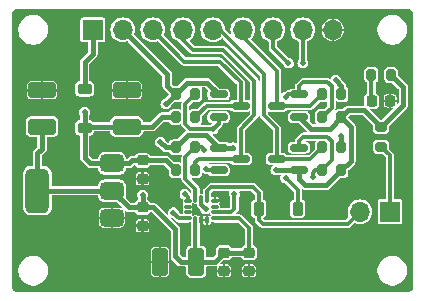
<source format=gbr>
%TF.GenerationSoftware,KiCad,Pcbnew,8.0.3*%
%TF.CreationDate,2024-12-25T15:35:37+08:00*%
%TF.ProjectId,ICM-42688,49434d2d-3432-4363-9838-2e6b69636164,rev?*%
%TF.SameCoordinates,Original*%
%TF.FileFunction,Copper,L1,Top*%
%TF.FilePolarity,Positive*%
%FSLAX46Y46*%
G04 Gerber Fmt 4.6, Leading zero omitted, Abs format (unit mm)*
G04 Created by KiCad (PCBNEW 8.0.3) date 2024-12-25 15:35:37*
%MOMM*%
%LPD*%
G01*
G04 APERTURE LIST*
G04 Aperture macros list*
%AMRoundRect*
0 Rectangle with rounded corners*
0 $1 Rounding radius*
0 $2 $3 $4 $5 $6 $7 $8 $9 X,Y pos of 4 corners*
0 Add a 4 corners polygon primitive as box body*
4,1,4,$2,$3,$4,$5,$6,$7,$8,$9,$2,$3,0*
0 Add four circle primitives for the rounded corners*
1,1,$1+$1,$2,$3*
1,1,$1+$1,$4,$5*
1,1,$1+$1,$6,$7*
1,1,$1+$1,$8,$9*
0 Add four rect primitives between the rounded corners*
20,1,$1+$1,$2,$3,$4,$5,0*
20,1,$1+$1,$4,$5,$6,$7,0*
20,1,$1+$1,$6,$7,$8,$9,0*
20,1,$1+$1,$8,$9,$2,$3,0*%
G04 Aperture macros list end*
%TA.AperFunction,SMDPad,CuDef*%
%ADD10RoundRect,0.200000X-0.200000X-0.275000X0.200000X-0.275000X0.200000X0.275000X-0.200000X0.275000X0*%
%TD*%
%TA.AperFunction,SMDPad,CuDef*%
%ADD11RoundRect,0.150000X0.587500X0.150000X-0.587500X0.150000X-0.587500X-0.150000X0.587500X-0.150000X0*%
%TD*%
%TA.AperFunction,SMDPad,CuDef*%
%ADD12RoundRect,0.225000X-0.250000X0.225000X-0.250000X-0.225000X0.250000X-0.225000X0.250000X0.225000X0*%
%TD*%
%TA.AperFunction,SMDPad,CuDef*%
%ADD13RoundRect,0.250000X0.925000X-0.412500X0.925000X0.412500X-0.925000X0.412500X-0.925000X-0.412500X0*%
%TD*%
%TA.AperFunction,SMDPad,CuDef*%
%ADD14RoundRect,0.200000X0.200000X0.275000X-0.200000X0.275000X-0.200000X-0.275000X0.200000X-0.275000X0*%
%TD*%
%TA.AperFunction,SMDPad,CuDef*%
%ADD15RoundRect,0.375000X0.625000X0.375000X-0.625000X0.375000X-0.625000X-0.375000X0.625000X-0.375000X0*%
%TD*%
%TA.AperFunction,SMDPad,CuDef*%
%ADD16RoundRect,0.500000X0.500000X1.400000X-0.500000X1.400000X-0.500000X-1.400000X0.500000X-1.400000X0*%
%TD*%
%TA.AperFunction,SMDPad,CuDef*%
%ADD17RoundRect,0.150000X-0.587500X-0.150000X0.587500X-0.150000X0.587500X0.150000X-0.587500X0.150000X0*%
%TD*%
%TA.AperFunction,SMDPad,CuDef*%
%ADD18RoundRect,0.218750X0.218750X0.256250X-0.218750X0.256250X-0.218750X-0.256250X0.218750X-0.256250X0*%
%TD*%
%TA.AperFunction,SMDPad,CuDef*%
%ADD19RoundRect,0.200000X-0.275000X0.200000X-0.275000X-0.200000X0.275000X-0.200000X0.275000X0.200000X0*%
%TD*%
%TA.AperFunction,ComponentPad*%
%ADD20R,1.700000X1.700000*%
%TD*%
%TA.AperFunction,ComponentPad*%
%ADD21O,1.700000X1.700000*%
%TD*%
%TA.AperFunction,SMDPad,CuDef*%
%ADD22RoundRect,0.225000X-0.225000X-0.375000X0.225000X-0.375000X0.225000X0.375000X-0.225000X0.375000X0*%
%TD*%
%TA.AperFunction,SMDPad,CuDef*%
%ADD23RoundRect,0.250000X0.412500X0.925000X-0.412500X0.925000X-0.412500X-0.925000X0.412500X-0.925000X0*%
%TD*%
%TA.AperFunction,SMDPad,CuDef*%
%ADD24RoundRect,0.087500X-0.225000X-0.087500X0.225000X-0.087500X0.225000X0.087500X-0.225000X0.087500X0*%
%TD*%
%TA.AperFunction,SMDPad,CuDef*%
%ADD25RoundRect,0.087500X-0.087500X-0.225000X0.087500X-0.225000X0.087500X0.225000X-0.087500X0.225000X0*%
%TD*%
%TA.AperFunction,SMDPad,CuDef*%
%ADD26RoundRect,0.225000X0.375000X-0.225000X0.375000X0.225000X-0.375000X0.225000X-0.375000X-0.225000X0*%
%TD*%
%TA.AperFunction,ViaPad*%
%ADD27C,0.500000*%
%TD*%
%TA.AperFunction,Conductor*%
%ADD28C,0.400000*%
%TD*%
%TA.AperFunction,Conductor*%
%ADD29C,0.300000*%
%TD*%
G04 APERTURE END LIST*
D10*
%TO.P,R9,1*%
%TO.N,+3V3*%
X134370000Y-82250000D03*
%TO.P,R9,2*%
%TO.N,/SDA_DIN_3V3*%
X136020000Y-82250000D03*
%TD*%
D11*
%TO.P,Q1,1,G*%
%TO.N,+3V3*%
X144800000Y-79670000D03*
%TO.P,Q1,2,S*%
%TO.N,Net-(D3-A)*%
X144800000Y-77770000D03*
%TO.P,Q1,3,D*%
%TO.N,/AP_CS*%
X142925000Y-78720000D03*
%TD*%
D12*
%TO.P,C4,2*%
%TO.N,GND*%
X138460000Y-92710000D03*
%TO.P,C4,1*%
%TO.N,+3V3*%
X138460000Y-91160000D03*
%TD*%
%TO.P,C7,1*%
%TO.N,+3V3*%
X131560000Y-87330000D03*
%TO.P,C7,2*%
%TO.N,GND*%
X131560000Y-88880000D03*
%TD*%
D13*
%TO.P,C5,1*%
%TO.N,+3V3*%
X123060000Y-80495000D03*
%TO.P,C5,2*%
%TO.N,GND*%
X123060000Y-77420000D03*
%TD*%
D12*
%TO.P,C6,1*%
%TO.N,+3V3*%
X140560000Y-91160000D03*
%TO.P,C6,2*%
%TO.N,GND*%
X140560000Y-92710000D03*
%TD*%
D14*
%TO.P,R5,1*%
%TO.N,VDD*%
X148395000Y-82250000D03*
%TO.P,R5,2*%
%TO.N,/SCL_SCLK*%
X146745000Y-82250000D03*
%TD*%
D15*
%TO.P,U1,1,GND*%
%TO.N,GND*%
X128960000Y-88210000D03*
%TO.P,U1,2,VO*%
%TO.N,+3V3*%
X128960000Y-85910000D03*
D16*
X122660000Y-85910000D03*
D15*
%TO.P,U1,3,VI*%
%TO.N,VDD*%
X128960000Y-83610000D03*
%TD*%
D14*
%TO.P,R2,1*%
%TO.N,+3V3*%
X152585000Y-76100000D03*
%TO.P,R2,2*%
%TO.N,Net-(D2-A)*%
X150935000Y-76100000D03*
%TD*%
D17*
%TO.P,Q2,1,G*%
%TO.N,+3V3*%
X137992500Y-77770000D03*
%TO.P,Q2,2,S*%
%TO.N,/DOUT_AD0_3V3*%
X137992500Y-79670000D03*
%TO.P,Q2,3,D*%
%TO.N,/DOUT_AD0*%
X139867500Y-78720000D03*
%TD*%
D18*
%TO.P,D2,1,K*%
%TO.N,GND*%
X152527500Y-78300000D03*
%TO.P,D2,2,A*%
%TO.N,Net-(D2-A)*%
X150952500Y-78300000D03*
%TD*%
D14*
%TO.P,R7,1*%
%TO.N,+3V3*%
X148395000Y-79690000D03*
%TO.P,R7,2*%
%TO.N,Net-(D3-A)*%
X146745000Y-79690000D03*
%TD*%
D19*
%TO.P,R1,1*%
%TO.N,+3V3*%
X151760000Y-80535000D03*
%TO.P,R1,2*%
%TO.N,Net-(JP1-A)*%
X151760000Y-82185000D03*
%TD*%
D20*
%TO.P,JP1,1,A*%
%TO.N,Net-(JP1-A)*%
X152510000Y-87700000D03*
D21*
%TO.P,JP1,2,B*%
%TO.N,/AP_CS_3V3*%
X149970000Y-87700000D03*
%TD*%
D14*
%TO.P,R6,1*%
%TO.N,VDD*%
X148395000Y-77750000D03*
%TO.P,R6,2*%
%TO.N,/AP_CS*%
X146745000Y-77750000D03*
%TD*%
D10*
%TO.P,R3,1*%
%TO.N,VDD*%
X134370000Y-79690000D03*
%TO.P,R3,2*%
%TO.N,/DOUT_AD0*%
X136020000Y-79690000D03*
%TD*%
D22*
%TO.P,D3,2,A*%
%TO.N,Net-(D3-A)*%
X144700000Y-87460000D03*
%TO.P,D3,1,K*%
%TO.N,/AP_CS_3V3*%
X141400000Y-87460000D03*
%TD*%
D23*
%TO.P,C3,1*%
%TO.N,+3V3*%
X136100000Y-91935000D03*
%TO.P,C3,2*%
%TO.N,GND*%
X133025000Y-91935000D03*
%TD*%
D10*
%TO.P,R4,1*%
%TO.N,VDD*%
X134370000Y-84190000D03*
%TO.P,R4,2*%
%TO.N,/SDA_DIN*%
X136020000Y-84190000D03*
%TD*%
D12*
%TO.P,C2,2*%
%TO.N,GND*%
X131560000Y-84910000D03*
%TO.P,C2,1*%
%TO.N,VDD*%
X131560000Y-83360000D03*
%TD*%
D10*
%TO.P,R8,1*%
%TO.N,+3V3*%
X134370000Y-77750000D03*
%TO.P,R8,2*%
%TO.N,/DOUT_AD0_3V3*%
X136020000Y-77750000D03*
%TD*%
D20*
%TO.P,J1,1,Pin_1*%
%TO.N,VCC*%
X127350000Y-72300000D03*
D21*
%TO.P,J1,2,Pin_2*%
%TO.N,+3V3*%
X129890000Y-72300000D03*
%TO.P,J1,3,Pin_3*%
%TO.N,/DOUT_AD0*%
X132430000Y-72300000D03*
%TO.P,J1,4,Pin_4*%
%TO.N,/SDA_DIN*%
X134970000Y-72300000D03*
%TO.P,J1,5,Pin_5*%
%TO.N,/SCL_SCLK*%
X137510000Y-72300000D03*
%TO.P,J1,6,Pin_6*%
%TO.N,/AP_CS*%
X140050000Y-72300000D03*
%TO.P,J1,7,Pin_7*%
%TO.N,/INT1*%
X142590000Y-72300000D03*
%TO.P,J1,8,Pin_8*%
%TO.N,/INT2*%
X145130000Y-72300000D03*
%TO.P,J1,9,Pin_9*%
%TO.N,GND*%
X147670000Y-72300000D03*
%TD*%
D24*
%TO.P,U2,1,AP_SDO/AP_AD0*%
%TO.N,/DOUT_AD0_3V3*%
X135377500Y-86762500D03*
%TO.P,U2,2,RESV*%
%TO.N,unconnected-(U2-RESV-Pad2)*%
X135377500Y-87262500D03*
%TO.P,U2,3,RESV*%
%TO.N,unconnected-(U2-RESV-Pad3)*%
X135377500Y-87762500D03*
%TO.P,U2,4,INT1/INT*%
%TO.N,/INT1*%
X135377500Y-88262500D03*
D25*
%TO.P,U2,5,VDDIO*%
%TO.N,+3V3*%
X136040000Y-88425000D03*
%TO.P,U2,6,GND*%
%TO.N,GND*%
X136540000Y-88425000D03*
%TO.P,U2,7,RESV*%
X137040000Y-88425000D03*
D24*
%TO.P,U2,8,VDD*%
%TO.N,+3V3*%
X137702500Y-88262500D03*
%TO.P,U2,9,INT2/FSYNC/CLKIN*%
%TO.N,/INT2*%
X137702500Y-87762500D03*
%TO.P,U2,10,RESV*%
%TO.N,unconnected-(U2-RESV-Pad10)*%
X137702500Y-87262500D03*
%TO.P,U2,11,RESV*%
%TO.N,GND*%
X137702500Y-86762500D03*
D25*
%TO.P,U2,12,~{AP_CS}*%
%TO.N,/AP_CS_3V3*%
X137040000Y-86600000D03*
%TO.P,U2,13,AP_SCL/AP_SCLK*%
%TO.N,/SCL_SCLK_3V3*%
X136540000Y-86600000D03*
%TO.P,U2,14,AP_SDA/AP_SDIO/AP_SDI*%
%TO.N,/SDA_DIN_3V3*%
X136040000Y-86600000D03*
%TD*%
D17*
%TO.P,Q3,1,G*%
%TO.N,+3V3*%
X137992500Y-82270000D03*
%TO.P,Q3,2,S*%
%TO.N,/SDA_DIN_3V3*%
X137992500Y-84170000D03*
%TO.P,Q3,3,D*%
%TO.N,/SDA_DIN*%
X139867500Y-83220000D03*
%TD*%
D11*
%TO.P,Q4,1,G*%
%TO.N,+3V3*%
X144800000Y-84170000D03*
%TO.P,Q4,2,S*%
%TO.N,/SCL_SCLK_3V3*%
X144800000Y-82270000D03*
%TO.P,Q4,3,D*%
%TO.N,/SCL_SCLK*%
X142925000Y-83220000D03*
%TD*%
D14*
%TO.P,R10,1*%
%TO.N,+3V3*%
X148395000Y-84190000D03*
%TO.P,R10,2*%
%TO.N,/SCL_SCLK_3V3*%
X146745000Y-84190000D03*
%TD*%
D13*
%TO.P,C1,1*%
%TO.N,VDD*%
X130220000Y-80495000D03*
%TO.P,C1,2*%
%TO.N,GND*%
X130220000Y-77420000D03*
%TD*%
D26*
%TO.P,D1,1,K*%
%TO.N,VDD*%
X126660000Y-80607500D03*
%TO.P,D1,2,A*%
%TO.N,VCC*%
X126660000Y-77307500D03*
%TD*%
D27*
%TO.N,/DOUT_AD0_3V3*%
X137550000Y-80690000D03*
X135150000Y-86200000D03*
%TO.N,/SDA_DIN_3V3*%
X136805896Y-82463148D03*
X136975000Y-84045000D03*
%TO.N,GND*%
X138450000Y-86425000D03*
X139800000Y-89700000D03*
X138800000Y-89700000D03*
X137800000Y-89700000D03*
X136800000Y-89700000D03*
X135100000Y-89700000D03*
%TO.N,/SCL_SCLK_3V3*%
X145980291Y-84800000D03*
X136900000Y-87460000D03*
%TO.N,/INT2*%
X145130000Y-75120000D03*
%TO.N,/INT1*%
X143910000Y-75120000D03*
%TO.N,+3V3*%
X142840000Y-84170000D03*
X139240000Y-82270000D03*
%TO.N,VDD*%
X148395000Y-81315000D03*
%TO.N,GND*%
X141400000Y-80500000D03*
X144700000Y-80900000D03*
X143000000Y-79600000D03*
X139200000Y-80300000D03*
X139600000Y-79700000D03*
X131800000Y-81900000D03*
X130800000Y-81900000D03*
X129800000Y-81900000D03*
X128800000Y-81900000D03*
X127800000Y-81900000D03*
%TO.N,+3V3*%
X131560000Y-86270000D03*
X133060000Y-81800000D03*
X133535000Y-78585000D03*
%TO.N,VDD*%
X147915000Y-76545000D03*
X126660000Y-79280000D03*
%TO.N,Net-(D3-A)*%
X143664915Y-77988606D03*
X143664915Y-84820000D03*
%TO.N,/INT1*%
X134170000Y-87770000D03*
%TO.N,/INT2*%
X139340000Y-86210000D03*
%TD*%
D28*
%TO.N,+3V3*%
X139240000Y-82270000D02*
X137992500Y-82270000D01*
D29*
%TO.N,/SDA_DIN_3V3*%
X136975000Y-84045000D02*
X137100000Y-84170000D01*
X137100000Y-84170000D02*
X137992500Y-84170000D01*
%TO.N,/SDA_DIN*%
X136020000Y-84190000D02*
X136020000Y-83530000D01*
X136020000Y-83530000D02*
X136330000Y-83220000D01*
X136330000Y-83220000D02*
X139867500Y-83220000D01*
%TO.N,/DOUT_AD0_3V3*%
X135150000Y-86200000D02*
X135377500Y-86427500D01*
X135377500Y-86427500D02*
X135377500Y-86762500D01*
X135170000Y-78600000D02*
X136020000Y-77750000D01*
X135170000Y-80230000D02*
X135170000Y-78600000D01*
X137550000Y-80690000D02*
X137540000Y-80680000D01*
X135620000Y-80680000D02*
X135170000Y-80230000D01*
X137992500Y-80247500D02*
X137992500Y-79670000D01*
X137540000Y-80680000D02*
X135620000Y-80680000D01*
X137550000Y-80690000D02*
X137992500Y-80247500D01*
%TO.N,/SDA_DIN_3V3*%
X136020000Y-82250000D02*
X135190000Y-83080000D01*
X135190000Y-83080000D02*
X135190000Y-84890000D01*
X135190000Y-84890000D02*
X136040000Y-85740000D01*
X136040000Y-85740000D02*
X136040000Y-86600000D01*
%TO.N,/INT2*%
X139067500Y-87762500D02*
X137702500Y-87762500D01*
X139340000Y-86210000D02*
X139340000Y-87490000D01*
X139340000Y-87490000D02*
X139067500Y-87762500D01*
%TO.N,/SCL_SCLK_3V3*%
X136540000Y-87100000D02*
X136540000Y-86600000D01*
X136900000Y-87460000D02*
X136540000Y-87100000D01*
%TO.N,+3V3*%
X137702500Y-88262500D02*
X139762500Y-88262500D01*
X139762500Y-88262500D02*
X140560000Y-89060000D01*
X140560000Y-89060000D02*
X140560000Y-91160000D01*
%TO.N,/AP_CS_3V3*%
X137040000Y-86600000D02*
X137040000Y-85950000D01*
X137040000Y-85950000D02*
X137380000Y-85610000D01*
X140910000Y-85610000D02*
X141400000Y-86100000D01*
X137380000Y-85610000D02*
X140910000Y-85610000D01*
X141400000Y-86100000D02*
X141400000Y-87460000D01*
X141400000Y-87460000D02*
X141400000Y-88370000D01*
X141400000Y-88370000D02*
X141760000Y-88730000D01*
X141760000Y-88730000D02*
X148940000Y-88730000D01*
X148940000Y-88730000D02*
X149970000Y-87700000D01*
D28*
%TO.N,+3V3*%
X131560000Y-87330000D02*
X132480000Y-87330000D01*
X134825000Y-91935000D02*
X136100000Y-91935000D01*
X132480000Y-87330000D02*
X134330000Y-89180000D01*
X134330000Y-89180000D02*
X134330000Y-91440000D01*
X134330000Y-91440000D02*
X134825000Y-91935000D01*
X131560000Y-86270000D02*
X131560000Y-87330000D01*
X128960000Y-85910000D02*
X130380000Y-87330000D01*
X130380000Y-87330000D02*
X131560000Y-87330000D01*
D29*
%TO.N,/SCL_SCLK_3V3*%
X145980291Y-84800000D02*
X145980291Y-84394709D01*
X145980291Y-84394709D02*
X146185000Y-84190000D01*
X146185000Y-84190000D02*
X146745000Y-84190000D01*
D28*
%TO.N,+3V3*%
X144800000Y-84170000D02*
X144800000Y-84940000D01*
X144800000Y-84940000D02*
X145310000Y-85450000D01*
X145310000Y-85450000D02*
X147135000Y-85450000D01*
X147135000Y-85450000D02*
X148395000Y-84190000D01*
D29*
%TO.N,Net-(D3-A)*%
X143664915Y-84820000D02*
X144700000Y-85855085D01*
X144700000Y-85855085D02*
X144700000Y-87460000D01*
%TO.N,/INT1*%
X143910000Y-75120000D02*
X142590000Y-73800000D01*
X142590000Y-73800000D02*
X142590000Y-72300000D01*
%TO.N,/INT2*%
X145130000Y-75120000D02*
X145130000Y-72300000D01*
D28*
%TO.N,VDD*%
X147915000Y-76545000D02*
X148395000Y-77025000D01*
X148395000Y-77025000D02*
X148395000Y-77750000D01*
X148395000Y-81315000D02*
X148395000Y-82250000D01*
%TO.N,+3V3*%
X134370000Y-77750000D02*
X133640000Y-77020000D01*
X133640000Y-77020000D02*
X133640000Y-76050000D01*
X133640000Y-76050000D02*
X129890000Y-72300000D01*
D29*
%TO.N,/DOUT_AD0*%
X139867500Y-78720000D02*
X139867500Y-76737500D01*
X139867500Y-76737500D02*
X138110000Y-74980000D01*
X138110000Y-74980000D02*
X135110000Y-74980000D01*
X135110000Y-74980000D02*
X132430000Y-72300000D01*
D28*
%TO.N,+3V3*%
X133535000Y-78585000D02*
X134370000Y-77750000D01*
X133060000Y-81800000D02*
X133510000Y-82250000D01*
X133510000Y-82250000D02*
X134370000Y-82250000D01*
%TO.N,VDD*%
X126660000Y-79280000D02*
X126660000Y-80607500D01*
X131560000Y-83360000D02*
X133540000Y-83360000D01*
X133540000Y-83360000D02*
X134370000Y-84190000D01*
%TO.N,+3V3*%
X148395000Y-79690000D02*
X148965000Y-79120000D01*
X148965000Y-79120000D02*
X150345000Y-79120000D01*
X150345000Y-79120000D02*
X151760000Y-80535000D01*
X148395000Y-79690000D02*
X149195000Y-80490000D01*
X149195000Y-80490000D02*
X149195000Y-83390000D01*
X149195000Y-83390000D02*
X148395000Y-84190000D01*
D29*
%TO.N,Net-(D3-A)*%
X143664915Y-77988606D02*
X143883521Y-77770000D01*
X143883521Y-77770000D02*
X144800000Y-77770000D01*
%TO.N,/INT1*%
X134170000Y-87770000D02*
X134662500Y-88262500D01*
X134662500Y-88262500D02*
X135377500Y-88262500D01*
%TO.N,+3V3*%
X136040000Y-88425000D02*
X136040000Y-91875000D01*
X136040000Y-91875000D02*
X136100000Y-91935000D01*
D28*
X136100000Y-91935000D02*
X137685000Y-91935000D01*
X137685000Y-91935000D02*
X138460000Y-91160000D01*
X138460000Y-91160000D02*
X140560000Y-91160000D01*
D29*
%TO.N,Net-(D3-A)*%
X146745000Y-79690000D02*
X147560000Y-78875000D01*
X147560000Y-78875000D02*
X147560000Y-77080000D01*
X147560000Y-77080000D02*
X147190000Y-76710000D01*
X147190000Y-76710000D02*
X145170000Y-76710000D01*
X145170000Y-76710000D02*
X144800000Y-77080000D01*
X144800000Y-77080000D02*
X144800000Y-77770000D01*
%TO.N,/SCL_SCLK_3V3*%
X146745000Y-84190000D02*
X147580000Y-83355000D01*
X147200000Y-81330000D02*
X145160000Y-81330000D01*
X147580000Y-83355000D02*
X147580000Y-81710000D01*
X147580000Y-81710000D02*
X147200000Y-81330000D01*
X145160000Y-81330000D02*
X144800000Y-81690000D01*
X144800000Y-81690000D02*
X144800000Y-82270000D01*
D28*
%TO.N,+3V3*%
X122660000Y-85910000D02*
X122660000Y-82750000D01*
X122660000Y-82750000D02*
X123060000Y-82350000D01*
X123060000Y-82350000D02*
X123060000Y-80495000D01*
%TO.N,VDD*%
X128960000Y-83610000D02*
X130430000Y-83610000D01*
X130430000Y-83610000D02*
X130680000Y-83360000D01*
X130680000Y-83360000D02*
X131560000Y-83360000D01*
X134370000Y-79690000D02*
X133190000Y-79690000D01*
X133190000Y-79690000D02*
X132385000Y-80495000D01*
X132385000Y-80495000D02*
X130220000Y-80495000D01*
X126660000Y-80607500D02*
X126660000Y-83120000D01*
X126660000Y-83120000D02*
X127150000Y-83610000D01*
X127150000Y-83610000D02*
X128960000Y-83610000D01*
X130220000Y-80495000D02*
X126772500Y-80495000D01*
%TO.N,VCC*%
X127350000Y-72300000D02*
X127350000Y-74310000D01*
X127350000Y-74310000D02*
X126660000Y-75000000D01*
X126660000Y-75000000D02*
X126660000Y-77307500D01*
%TO.N,+3V3*%
X122660000Y-85910000D02*
X128960000Y-85910000D01*
D29*
%TO.N,/AP_CS*%
X142925000Y-78720000D02*
X142925000Y-75765000D01*
X142925000Y-75765000D02*
X140050000Y-72890000D01*
%TO.N,/SCL_SCLK*%
X142925000Y-83220000D02*
X142925000Y-80625000D01*
X142925000Y-80625000D02*
X141837500Y-79537500D01*
X141837500Y-79537500D02*
X141837500Y-76037500D01*
X141837500Y-76037500D02*
X138100000Y-72300000D01*
D28*
%TO.N,+3V3*%
X134370000Y-77750000D02*
X135340000Y-76780000D01*
X144800000Y-79670000D02*
X145820000Y-80690000D01*
X147395000Y-80690000D02*
X148395000Y-79690000D01*
X152585000Y-76100000D02*
X153640000Y-77155000D01*
X136952500Y-81230000D02*
X135390000Y-81230000D01*
X137992500Y-82270000D02*
X136952500Y-81230000D01*
X135390000Y-81230000D02*
X134370000Y-82250000D01*
X137002500Y-76780000D02*
X137992500Y-77770000D01*
X145820000Y-80690000D02*
X147395000Y-80690000D01*
X135340000Y-76780000D02*
X137002500Y-76780000D01*
X153640000Y-77155000D02*
X153640000Y-78655000D01*
X153640000Y-78655000D02*
X151760000Y-80535000D01*
D29*
%TO.N,Net-(D2-A)*%
X150935000Y-76100000D02*
X150935000Y-78282500D01*
%TO.N,/SCL_SCLK*%
X145775000Y-83220000D02*
X146745000Y-82250000D01*
X142925000Y-83220000D02*
X145775000Y-83220000D01*
%TO.N,/DOUT_AD0*%
X139867500Y-78720000D02*
X136990000Y-78720000D01*
X136990000Y-78720000D02*
X136020000Y-79690000D01*
%TO.N,/AP_CS*%
X145775000Y-78720000D02*
X146745000Y-77750000D01*
X142925000Y-78720000D02*
X145775000Y-78720000D01*
%TO.N,Net-(JP1-A)*%
X152510000Y-82935000D02*
X151760000Y-82185000D01*
X152510000Y-87700000D02*
X152510000Y-82935000D01*
D28*
%TO.N,+3V3*%
X142840000Y-84170000D02*
X144800000Y-84170000D01*
D29*
%TO.N,/SDA_DIN_3V3*%
X136805896Y-82463148D02*
X136592748Y-82250000D01*
X136592748Y-82250000D02*
X136020000Y-82250000D01*
%TO.N,/SDA_DIN*%
X139867500Y-83220000D02*
X139867500Y-80712500D01*
X139867500Y-80712500D02*
X141040000Y-79540000D01*
X141040000Y-79540000D02*
X141040000Y-76630000D01*
X141040000Y-76630000D02*
X138410000Y-74000000D01*
X138410000Y-74000000D02*
X135830000Y-74000000D01*
X135830000Y-74000000D02*
X134970000Y-73140000D01*
X134970000Y-73140000D02*
X134970000Y-72300000D01*
%TD*%
%TA.AperFunction,Conductor*%
%TO.N,GND*%
G36*
X134051123Y-88204614D02*
G01*
X134105223Y-88220499D01*
X134105226Y-88220499D01*
X134105228Y-88220500D01*
X134105230Y-88220500D01*
X134108694Y-88220998D01*
X134108527Y-88222159D01*
X134139170Y-88234852D01*
X134447288Y-88542970D01*
X134447289Y-88542971D01*
X134447291Y-88542972D01*
X134464900Y-88553138D01*
X134520452Y-88585211D01*
X134520454Y-88585213D01*
X134520455Y-88585213D01*
X134527211Y-88589114D01*
X134616352Y-88612999D01*
X134616353Y-88613000D01*
X134616356Y-88613000D01*
X135423646Y-88613000D01*
X135468216Y-88601057D01*
X135512788Y-88589114D01*
X135589948Y-88544565D01*
X135614448Y-88538000D01*
X135621015Y-88538000D01*
X135621016Y-88538000D01*
X135630940Y-88536026D01*
X135667722Y-88543342D01*
X135688558Y-88574524D01*
X135689500Y-88584084D01*
X135689500Y-90510500D01*
X135675148Y-90545148D01*
X135640500Y-90559500D01*
X135633224Y-90559500D01*
X135602801Y-90562353D01*
X135602800Y-90562353D01*
X135474623Y-90607204D01*
X135474614Y-90607208D01*
X135365349Y-90687849D01*
X135284708Y-90797114D01*
X135284704Y-90797123D01*
X135239853Y-90925300D01*
X135239853Y-90925301D01*
X135237000Y-90955724D01*
X135237000Y-91485500D01*
X135222648Y-91520148D01*
X135188000Y-91534500D01*
X135011188Y-91534500D01*
X134976540Y-91520148D01*
X134744852Y-91288459D01*
X134730500Y-91253811D01*
X134730500Y-89127270D01*
X134730499Y-89127269D01*
X134704877Y-89031645D01*
X134704876Y-89031641D01*
X134704876Y-89031642D01*
X134703207Y-89025413D01*
X134703207Y-89025412D01*
X134650480Y-88934087D01*
X134002670Y-88286277D01*
X133988318Y-88251629D01*
X134002670Y-88216981D01*
X134037318Y-88202629D01*
X134051123Y-88204614D01*
G37*
%TD.AperFunction*%
%TA.AperFunction,Conductor*%
G36*
X135814686Y-86959021D02*
G01*
X135814689Y-86959023D01*
X135834506Y-86972264D01*
X135879146Y-87002092D01*
X135933984Y-87013000D01*
X135933987Y-87013000D01*
X136140500Y-87013000D01*
X136175148Y-87027352D01*
X136189500Y-87062000D01*
X136189500Y-87146145D01*
X136206484Y-87209529D01*
X136206484Y-87209530D01*
X136213384Y-87235285D01*
X136213386Y-87235290D01*
X136259530Y-87315212D01*
X136440143Y-87495825D01*
X136453996Y-87523500D01*
X136463301Y-87588223D01*
X136494477Y-87656487D01*
X136517118Y-87706063D01*
X136601951Y-87803967D01*
X136710931Y-87874004D01*
X136769214Y-87891117D01*
X136835223Y-87910499D01*
X136835228Y-87910500D01*
X136964772Y-87910500D01*
X136964776Y-87910499D01*
X137006574Y-87898226D01*
X137089069Y-87874004D01*
X137198049Y-87803967D01*
X137203467Y-87797713D01*
X137237003Y-87780926D01*
X137272587Y-87792768D01*
X137289375Y-87826304D01*
X137289500Y-87829801D01*
X137289500Y-87868516D01*
X137300408Y-87923354D01*
X137315935Y-87946591D01*
X137341783Y-87985276D01*
X137349099Y-88022059D01*
X137341784Y-88039721D01*
X137332998Y-88052871D01*
X137301816Y-88073707D01*
X137265033Y-88066392D01*
X137265032Y-88066391D01*
X137200659Y-88023379D01*
X137145963Y-88012500D01*
X137140000Y-88012500D01*
X137140000Y-88837500D01*
X137145963Y-88837500D01*
X137200659Y-88826620D01*
X137262680Y-88785180D01*
X137304120Y-88723159D01*
X137315000Y-88668462D01*
X137315000Y-88559198D01*
X137329352Y-88524550D01*
X137364000Y-88510198D01*
X137391222Y-88518456D01*
X137404146Y-88527092D01*
X137458984Y-88538000D01*
X137465552Y-88538000D01*
X137490052Y-88544565D01*
X137560455Y-88585213D01*
X137567212Y-88589114D01*
X137589498Y-88595085D01*
X137656353Y-88613000D01*
X137656356Y-88613000D01*
X139597022Y-88613000D01*
X139631670Y-88627352D01*
X140195148Y-89190829D01*
X140209500Y-89225477D01*
X140209500Y-90479079D01*
X140195148Y-90513727D01*
X140180034Y-90522990D01*
X140180309Y-90523530D01*
X140056786Y-90586467D01*
X140056779Y-90586472D01*
X139961471Y-90681780D01*
X139946684Y-90710802D01*
X139935503Y-90732746D01*
X139906987Y-90757102D01*
X139891845Y-90759500D01*
X139128155Y-90759500D01*
X139093507Y-90745148D01*
X139084497Y-90732748D01*
X139058528Y-90681780D01*
X138963220Y-90586472D01*
X138963213Y-90586467D01*
X138843129Y-90525282D01*
X138843127Y-90525281D01*
X138843126Y-90525281D01*
X138743488Y-90509500D01*
X138176512Y-90509500D01*
X138076874Y-90525281D01*
X138076872Y-90525281D01*
X138076870Y-90525282D01*
X137956786Y-90586467D01*
X137956779Y-90586472D01*
X137861472Y-90681779D01*
X137861467Y-90681786D01*
X137800282Y-90801870D01*
X137784500Y-90901513D01*
X137784500Y-91248811D01*
X137770148Y-91283459D01*
X137533459Y-91520148D01*
X137498811Y-91534500D01*
X137012000Y-91534500D01*
X136977352Y-91520148D01*
X136963000Y-91485500D01*
X136963000Y-90955743D01*
X136962999Y-90955724D01*
X136960146Y-90925301D01*
X136960146Y-90925300D01*
X136915295Y-90797123D01*
X136915291Y-90797114D01*
X136834650Y-90687849D01*
X136725385Y-90607208D01*
X136725376Y-90607204D01*
X136597198Y-90562353D01*
X136566775Y-90559500D01*
X136566766Y-90559500D01*
X136439500Y-90559500D01*
X136404852Y-90545148D01*
X136390500Y-90510500D01*
X136390500Y-88886500D01*
X136404852Y-88851852D01*
X136439500Y-88837500D01*
X136440000Y-88837500D01*
X136640000Y-88837500D01*
X136645963Y-88837500D01*
X136700658Y-88826620D01*
X136762777Y-88785115D01*
X136799560Y-88777799D01*
X136817223Y-88785115D01*
X136879341Y-88826620D01*
X136934037Y-88837500D01*
X136940000Y-88837500D01*
X136940000Y-88525000D01*
X136640000Y-88525000D01*
X136640000Y-88837500D01*
X136440000Y-88837500D01*
X136440000Y-88325000D01*
X136640000Y-88325000D01*
X136940000Y-88325000D01*
X136940000Y-88012500D01*
X136934037Y-88012500D01*
X136879339Y-88023379D01*
X136817222Y-88064884D01*
X136780440Y-88072200D01*
X136762778Y-88064884D01*
X136700660Y-88023379D01*
X136645963Y-88012500D01*
X136640000Y-88012500D01*
X136640000Y-88325000D01*
X136440000Y-88325000D01*
X136440000Y-88012500D01*
X136434037Y-88012500D01*
X136379339Y-88023379D01*
X136317671Y-88064584D01*
X136280889Y-88071900D01*
X136263226Y-88064584D01*
X136244661Y-88052179D01*
X136200854Y-88022908D01*
X136146016Y-88012000D01*
X135933984Y-88012000D01*
X135901081Y-88018544D01*
X135879144Y-88022908D01*
X135814688Y-88065976D01*
X135777906Y-88073292D01*
X135746724Y-88052456D01*
X135738214Y-88039721D01*
X135730900Y-88002939D01*
X135738216Y-87985277D01*
X135751952Y-87964719D01*
X135779592Y-87923354D01*
X135790500Y-87868516D01*
X135790500Y-87656484D01*
X135779592Y-87601646D01*
X135738216Y-87539723D01*
X135730900Y-87502941D01*
X135738216Y-87485277D01*
X135743911Y-87476752D01*
X135779592Y-87423354D01*
X135790500Y-87368516D01*
X135790500Y-87156484D01*
X135779592Y-87101646D01*
X135738216Y-87039723D01*
X135730900Y-87002941D01*
X135738214Y-86985280D01*
X135739875Y-86982792D01*
X135746724Y-86972543D01*
X135777903Y-86951707D01*
X135814686Y-86959021D01*
G37*
%TD.AperFunction*%
%TA.AperFunction,Conductor*%
G36*
X138917090Y-85974852D02*
G01*
X138931442Y-86009500D01*
X138927014Y-86029853D01*
X138918953Y-86047504D01*
X138903301Y-86081776D01*
X138884867Y-86209997D01*
X138884867Y-86210002D01*
X138903301Y-86338223D01*
X138930704Y-86398226D01*
X138957118Y-86456063D01*
X138957119Y-86456064D01*
X138957120Y-86456066D01*
X138977531Y-86479621D01*
X138989500Y-86511710D01*
X138989500Y-87324522D01*
X138975148Y-87359170D01*
X138936670Y-87397648D01*
X138902022Y-87412000D01*
X138164500Y-87412000D01*
X138129852Y-87397648D01*
X138115500Y-87363000D01*
X138115500Y-87156487D01*
X138115500Y-87156484D01*
X138104592Y-87101646D01*
X138063040Y-87039460D01*
X138063039Y-87039459D01*
X138062915Y-87039273D01*
X138055598Y-87002491D01*
X138062915Y-86984827D01*
X138104120Y-86923158D01*
X138115000Y-86868462D01*
X138115000Y-86862500D01*
X137651500Y-86862500D01*
X137616852Y-86848148D01*
X137602500Y-86813500D01*
X137602500Y-86662500D01*
X137802500Y-86662500D01*
X138115000Y-86662500D01*
X138115000Y-86656537D01*
X138104120Y-86601840D01*
X138062680Y-86539819D01*
X138000659Y-86498379D01*
X137945963Y-86487500D01*
X137802500Y-86487500D01*
X137802500Y-86662500D01*
X137602500Y-86662500D01*
X137602500Y-86487500D01*
X137459031Y-86487500D01*
X137449056Y-86489484D01*
X137412275Y-86482165D01*
X137391441Y-86450981D01*
X137390500Y-86441425D01*
X137390500Y-86115478D01*
X137404852Y-86080830D01*
X137510830Y-85974852D01*
X137545478Y-85960500D01*
X138882442Y-85960500D01*
X138917090Y-85974852D01*
G37*
%TD.AperFunction*%
%TA.AperFunction,Conductor*%
G36*
X133789075Y-80104852D02*
G01*
X133798086Y-80117255D01*
X133841945Y-80203335D01*
X133841950Y-80203342D01*
X133931657Y-80293049D01*
X133931664Y-80293054D01*
X134044691Y-80350644D01*
X134044692Y-80350644D01*
X134044696Y-80350646D01*
X134138481Y-80365500D01*
X134601518Y-80365499D01*
X134695304Y-80350646D01*
X134768232Y-80313486D01*
X134805617Y-80310544D01*
X134834135Y-80334900D01*
X134837806Y-80344464D01*
X134843385Y-80365286D01*
X134843386Y-80365290D01*
X134889530Y-80445212D01*
X135231909Y-80787591D01*
X135246261Y-80822239D01*
X135231909Y-80856887D01*
X135221762Y-80864673D01*
X135167761Y-80895852D01*
X135144084Y-80909522D01*
X134493457Y-81560148D01*
X134458809Y-81574500D01*
X134138482Y-81574500D01*
X134044696Y-81589353D01*
X133931664Y-81646945D01*
X133931657Y-81646950D01*
X133841950Y-81736657D01*
X133841945Y-81736664D01*
X133798086Y-81822745D01*
X133769569Y-81847102D01*
X133754427Y-81849500D01*
X133696189Y-81849500D01*
X133661541Y-81835148D01*
X133501712Y-81675319D01*
X133491788Y-81661026D01*
X133489927Y-81656950D01*
X133442882Y-81553937D01*
X133358049Y-81456033D01*
X133249069Y-81385996D01*
X133249066Y-81385995D01*
X133124776Y-81349500D01*
X133124772Y-81349500D01*
X132995228Y-81349500D01*
X132995223Y-81349500D01*
X132870933Y-81385995D01*
X132761950Y-81456033D01*
X132677119Y-81553936D01*
X132677118Y-81553936D01*
X132623301Y-81671776D01*
X132604867Y-81799997D01*
X132604867Y-81800002D01*
X132623301Y-81928223D01*
X132677118Y-82046063D01*
X132712362Y-82086738D01*
X132761951Y-82143967D01*
X132870931Y-82214004D01*
X132910858Y-82225727D01*
X132931700Y-82238093D01*
X133264087Y-82570480D01*
X133307263Y-82595408D01*
X133355410Y-82623206D01*
X133355412Y-82623207D01*
X133457269Y-82650499D01*
X133457270Y-82650500D01*
X133457273Y-82650500D01*
X133754427Y-82650500D01*
X133789075Y-82664852D01*
X133798086Y-82677255D01*
X133841945Y-82763335D01*
X133841950Y-82763342D01*
X133931657Y-82853049D01*
X133931664Y-82853054D01*
X134044691Y-82910644D01*
X134044692Y-82910644D01*
X134044696Y-82910646D01*
X134138481Y-82925500D01*
X134601518Y-82925499D01*
X134695304Y-82910646D01*
X134741229Y-82887246D01*
X134811779Y-82851300D01*
X134812316Y-82852354D01*
X134844274Y-82844674D01*
X134876255Y-82864262D01*
X134885018Y-82900726D01*
X134879055Y-82917572D01*
X134863386Y-82944709D01*
X134863385Y-82944713D01*
X134839500Y-83033853D01*
X134839500Y-83522864D01*
X134825148Y-83557512D01*
X134790500Y-83571864D01*
X134768255Y-83566523D01*
X134695308Y-83529355D01*
X134695305Y-83529354D01*
X134695304Y-83529354D01*
X134601519Y-83514500D01*
X134601517Y-83514500D01*
X134281189Y-83514500D01*
X134246541Y-83500148D01*
X133785913Y-83039520D01*
X133694589Y-82986793D01*
X133694587Y-82986792D01*
X133592730Y-82959500D01*
X133592727Y-82959500D01*
X132228155Y-82959500D01*
X132193507Y-82945148D01*
X132184497Y-82932748D01*
X132158528Y-82881780D01*
X132063220Y-82786472D01*
X132063213Y-82786467D01*
X131943129Y-82725282D01*
X131943127Y-82725281D01*
X131943126Y-82725281D01*
X131843488Y-82709500D01*
X131276512Y-82709500D01*
X131176874Y-82725281D01*
X131176872Y-82725281D01*
X131176870Y-82725282D01*
X131056786Y-82786467D01*
X131056779Y-82786472D01*
X130961471Y-82881780D01*
X130947529Y-82909144D01*
X130935503Y-82932746D01*
X130906987Y-82957102D01*
X130891845Y-82959500D01*
X130627270Y-82959500D01*
X130525414Y-82986792D01*
X130525410Y-82986793D01*
X130453372Y-83028386D01*
X130448550Y-83031169D01*
X130434090Y-83039517D01*
X130434084Y-83039522D01*
X130278459Y-83195148D01*
X130243811Y-83209500D01*
X130205081Y-83209500D01*
X130170433Y-83195148D01*
X130156500Y-83166896D01*
X130145687Y-83084764D01*
X130087700Y-82944771D01*
X130087697Y-82944766D01*
X130087656Y-82944713D01*
X129995451Y-82824549D01*
X129990174Y-82820500D01*
X129875233Y-82732302D01*
X129875228Y-82732299D01*
X129735235Y-82674312D01*
X129657894Y-82664130D01*
X129622720Y-82659500D01*
X128297280Y-82659500D01*
X128265425Y-82663693D01*
X128184764Y-82674312D01*
X128044771Y-82732299D01*
X128044766Y-82732302D01*
X127924549Y-82824548D01*
X127924548Y-82824549D01*
X127832302Y-82944766D01*
X127832299Y-82944771D01*
X127774312Y-83084764D01*
X127763500Y-83166896D01*
X127744748Y-83199374D01*
X127714919Y-83209500D01*
X127336188Y-83209500D01*
X127301540Y-83195148D01*
X127074852Y-82968459D01*
X127060500Y-82933811D01*
X127060500Y-81301115D01*
X127074852Y-81266467D01*
X127101833Y-81252718D01*
X127168126Y-81242219D01*
X127271593Y-81189500D01*
X127288213Y-81181032D01*
X127288215Y-81181030D01*
X127288220Y-81181028D01*
X127383528Y-81085720D01*
X127383532Y-81085713D01*
X127444717Y-80965631D01*
X127444717Y-80965629D01*
X127444719Y-80965626D01*
X127449279Y-80936833D01*
X127468875Y-80904858D01*
X127497676Y-80895500D01*
X128795500Y-80895500D01*
X128830148Y-80909852D01*
X128844500Y-80944500D01*
X128844500Y-80961775D01*
X128847353Y-80992198D01*
X128847353Y-80992199D01*
X128892204Y-81120376D01*
X128892208Y-81120385D01*
X128972849Y-81229650D01*
X129082114Y-81310291D01*
X129082117Y-81310292D01*
X129082118Y-81310293D01*
X129082120Y-81310293D01*
X129082123Y-81310295D01*
X129194166Y-81349500D01*
X129210301Y-81355146D01*
X129240734Y-81358000D01*
X129240744Y-81358000D01*
X131199256Y-81358000D01*
X131199266Y-81358000D01*
X131229699Y-81355146D01*
X131357882Y-81310293D01*
X131417265Y-81266467D01*
X131467150Y-81229650D01*
X131547791Y-81120385D01*
X131547791Y-81120384D01*
X131547793Y-81120382D01*
X131592646Y-80992199D01*
X131595500Y-80961766D01*
X131595500Y-80944500D01*
X131609852Y-80909852D01*
X131644500Y-80895500D01*
X132437730Y-80895500D01*
X132437730Y-80895499D01*
X132539588Y-80868207D01*
X132630913Y-80815480D01*
X133341541Y-80104852D01*
X133376189Y-80090500D01*
X133754427Y-80090500D01*
X133789075Y-80104852D01*
G37*
%TD.AperFunction*%
%TA.AperFunction,Conductor*%
G36*
X147204159Y-78397436D02*
G01*
X147209500Y-78419682D01*
X147209500Y-78709521D01*
X147195148Y-78744169D01*
X146939169Y-79000148D01*
X146904521Y-79014500D01*
X146513482Y-79014500D01*
X146419696Y-79029353D01*
X146306664Y-79086945D01*
X146306657Y-79086950D01*
X146216950Y-79176657D01*
X146216945Y-79176664D01*
X146159355Y-79289690D01*
X146159355Y-79289692D01*
X146159354Y-79289694D01*
X146159354Y-79289696D01*
X146146711Y-79369520D01*
X146144500Y-79383482D01*
X146144500Y-79996517D01*
X146159353Y-80090303D01*
X146216945Y-80203335D01*
X146216950Y-80203342D01*
X146219460Y-80205852D01*
X146233812Y-80240500D01*
X146219460Y-80275148D01*
X146184812Y-80289500D01*
X146006189Y-80289500D01*
X145971541Y-80275148D01*
X145716598Y-80020205D01*
X145702246Y-79985557D01*
X145707224Y-79964039D01*
X145728073Y-79921393D01*
X145738000Y-79853260D01*
X145738000Y-79486740D01*
X145728073Y-79418607D01*
X145676698Y-79313517D01*
X145593983Y-79230802D01*
X145530624Y-79199828D01*
X145488896Y-79179428D01*
X145488894Y-79179427D01*
X145420762Y-79169500D01*
X145420760Y-79169500D01*
X144179240Y-79169500D01*
X144179238Y-79169500D01*
X144111105Y-79179427D01*
X144111103Y-79179428D01*
X144006019Y-79230801D01*
X144006015Y-79230803D01*
X143923303Y-79313515D01*
X143923301Y-79313519D01*
X143871928Y-79418603D01*
X143871927Y-79418605D01*
X143862000Y-79486738D01*
X143862000Y-79853261D01*
X143871927Y-79921394D01*
X143871928Y-79921396D01*
X143882336Y-79942685D01*
X143923302Y-80026483D01*
X144006017Y-80109198D01*
X144111107Y-80160573D01*
X144159384Y-80167606D01*
X144179238Y-80170500D01*
X144179240Y-80170500D01*
X144713811Y-80170500D01*
X144748459Y-80184852D01*
X145459459Y-80895852D01*
X145473811Y-80930500D01*
X145459459Y-80965148D01*
X145424811Y-80979500D01*
X145113853Y-80979500D01*
X145024713Y-81003385D01*
X145024709Y-81003386D01*
X144944787Y-81049530D01*
X144944787Y-81049531D01*
X144519532Y-81474785D01*
X144519525Y-81474794D01*
X144478871Y-81545211D01*
X144473386Y-81554709D01*
X144473385Y-81554713D01*
X144449500Y-81643853D01*
X144449500Y-81720500D01*
X144435148Y-81755148D01*
X144400500Y-81769500D01*
X144179238Y-81769500D01*
X144111105Y-81779427D01*
X144111103Y-81779428D01*
X144006019Y-81830801D01*
X144006015Y-81830803D01*
X143923303Y-81913515D01*
X143923301Y-81913519D01*
X143871928Y-82018603D01*
X143871927Y-82018605D01*
X143862000Y-82086738D01*
X143862000Y-82453261D01*
X143871927Y-82521394D01*
X143871928Y-82521396D01*
X143895924Y-82570480D01*
X143923302Y-82626483D01*
X144006017Y-82709198D01*
X144111107Y-82760573D01*
X144159384Y-82767606D01*
X144179238Y-82770500D01*
X144179240Y-82770500D01*
X145420762Y-82770500D01*
X145438090Y-82767974D01*
X145488893Y-82760573D01*
X145593983Y-82709198D01*
X145676698Y-82626483D01*
X145728073Y-82521393D01*
X145738000Y-82453260D01*
X145738000Y-82086740D01*
X145728073Y-82018607D01*
X145676698Y-81913517D01*
X145593983Y-81830802D01*
X145530970Y-81799997D01*
X145488896Y-81779428D01*
X145488894Y-81779427D01*
X145486121Y-81779023D01*
X145479013Y-81777987D01*
X145446797Y-81758791D01*
X145437591Y-81722435D01*
X145456788Y-81690218D01*
X145486079Y-81680500D01*
X146165603Y-81680500D01*
X146200251Y-81694852D01*
X146214603Y-81729500D01*
X146209262Y-81751746D01*
X146159355Y-81849692D01*
X146159354Y-81849694D01*
X146159354Y-81849696D01*
X146148252Y-81919793D01*
X146144500Y-81943482D01*
X146144500Y-82334521D01*
X146130148Y-82369169D01*
X145644170Y-82855148D01*
X145609522Y-82869500D01*
X143827977Y-82869500D01*
X143793329Y-82855148D01*
X143718984Y-82780803D01*
X143718983Y-82780802D01*
X143715123Y-82778915D01*
X143613896Y-82729428D01*
X143613894Y-82729427D01*
X143545762Y-82719500D01*
X143545760Y-82719500D01*
X143324500Y-82719500D01*
X143289852Y-82705148D01*
X143275500Y-82670500D01*
X143275500Y-80578853D01*
X143251614Y-80489713D01*
X143251613Y-80489710D01*
X143236025Y-80462712D01*
X143205469Y-80409788D01*
X143140212Y-80344531D01*
X142709565Y-79913884D01*
X142202352Y-79406670D01*
X142188000Y-79372022D01*
X142188000Y-79260220D01*
X142202352Y-79225572D01*
X142237000Y-79211220D01*
X142244058Y-79211731D01*
X142281600Y-79217201D01*
X142304238Y-79220500D01*
X142304240Y-79220500D01*
X143545762Y-79220500D01*
X143563090Y-79217974D01*
X143613893Y-79210573D01*
X143718983Y-79159198D01*
X143793329Y-79084852D01*
X143827977Y-79070500D01*
X145821146Y-79070500D01*
X145874016Y-79056333D01*
X145910288Y-79046614D01*
X145940183Y-79029354D01*
X145990212Y-79000470D01*
X146550830Y-78439850D01*
X146585478Y-78425499D01*
X146976517Y-78425499D01*
X146976518Y-78425499D01*
X147070304Y-78410646D01*
X147138255Y-78376022D01*
X147175642Y-78373080D01*
X147204159Y-78397436D01*
G37*
%TD.AperFunction*%
%TA.AperFunction,Conductor*%
G36*
X138999171Y-79084852D02*
G01*
X139073517Y-79159198D01*
X139178607Y-79210573D01*
X139226884Y-79217606D01*
X139246738Y-79220500D01*
X139246740Y-79220500D01*
X140488262Y-79220500D01*
X140505590Y-79217974D01*
X140556393Y-79210573D01*
X140618980Y-79179975D01*
X140656410Y-79177652D01*
X140684521Y-79202476D01*
X140689500Y-79223997D01*
X140689500Y-79374522D01*
X140675148Y-79409170D01*
X139587031Y-80497287D01*
X139587030Y-80497287D01*
X139553841Y-80554772D01*
X139553841Y-80554773D01*
X139540886Y-80577212D01*
X139540884Y-80577216D01*
X139517000Y-80666353D01*
X139517000Y-81822769D01*
X139502648Y-81857417D01*
X139468000Y-81871769D01*
X139441510Y-81863991D01*
X139429069Y-81855996D01*
X139429068Y-81855995D01*
X139429067Y-81855995D01*
X139304776Y-81819500D01*
X139304772Y-81819500D01*
X139175228Y-81819500D01*
X139175223Y-81819500D01*
X139050930Y-81855995D01*
X139042020Y-81861722D01*
X139015530Y-81869500D01*
X138845477Y-81869500D01*
X138810829Y-81855148D01*
X138786484Y-81830803D01*
X138786483Y-81830802D01*
X138723470Y-81799997D01*
X138681396Y-81779428D01*
X138681394Y-81779427D01*
X138613262Y-81769500D01*
X138613260Y-81769500D01*
X138078689Y-81769500D01*
X138044041Y-81755148D01*
X137513041Y-81224148D01*
X137498689Y-81189500D01*
X137513041Y-81154852D01*
X137547689Y-81140500D01*
X137614772Y-81140500D01*
X137614776Y-81140499D01*
X137635324Y-81134465D01*
X137739069Y-81104004D01*
X137848049Y-81033967D01*
X137932882Y-80936063D01*
X137986697Y-80818226D01*
X137996002Y-80753500D01*
X138009853Y-80725827D01*
X138272970Y-80462712D01*
X138319114Y-80382788D01*
X138324684Y-80362000D01*
X138343000Y-80293644D01*
X138343000Y-80219500D01*
X138357352Y-80184852D01*
X138392000Y-80170500D01*
X138613262Y-80170500D01*
X138630590Y-80167974D01*
X138681393Y-80160573D01*
X138786483Y-80109198D01*
X138869198Y-80026483D01*
X138920573Y-79921393D01*
X138930500Y-79853260D01*
X138930500Y-79486740D01*
X138920573Y-79418607D01*
X138869198Y-79313517D01*
X138786483Y-79230802D01*
X138723124Y-79199828D01*
X138681396Y-79179428D01*
X138681394Y-79179427D01*
X138613262Y-79169500D01*
X138613260Y-79169500D01*
X137371740Y-79169500D01*
X137371738Y-79169500D01*
X137303605Y-79179427D01*
X137303603Y-79179428D01*
X137198519Y-79230801D01*
X137198515Y-79230803D01*
X137115803Y-79313515D01*
X137115801Y-79313519D01*
X137064428Y-79418603D01*
X137064427Y-79418605D01*
X137054500Y-79486738D01*
X137054500Y-79853261D01*
X137064427Y-79921394D01*
X137064428Y-79921396D01*
X137074836Y-79942685D01*
X137115802Y-80026483D01*
X137198517Y-80109198D01*
X137303607Y-80160573D01*
X137351884Y-80167606D01*
X137371738Y-80170500D01*
X137371740Y-80170500D01*
X137379415Y-80170500D01*
X137414063Y-80184852D01*
X137428415Y-80219500D01*
X137414063Y-80254148D01*
X137393220Y-80266515D01*
X137360930Y-80275996D01*
X137289781Y-80321721D01*
X137263290Y-80329500D01*
X136540188Y-80329500D01*
X136505540Y-80315148D01*
X136491188Y-80280500D01*
X136505540Y-80245852D01*
X136511892Y-80239500D01*
X136548050Y-80203342D01*
X136548054Y-80203335D01*
X136605644Y-80090309D01*
X136605644Y-80090307D01*
X136605646Y-80090304D01*
X136620500Y-79996519D01*
X136620499Y-79605476D01*
X136634850Y-79570830D01*
X137120830Y-79084852D01*
X137155478Y-79070500D01*
X138964523Y-79070500D01*
X138999171Y-79084852D01*
G37*
%TD.AperFunction*%
%TA.AperFunction,Conductor*%
G36*
X154002733Y-70500808D02*
G01*
X154105665Y-70512406D01*
X154116361Y-70514847D01*
X154211519Y-70548144D01*
X154221393Y-70552899D01*
X154306759Y-70606538D01*
X154315337Y-70613379D01*
X154386620Y-70684662D01*
X154393461Y-70693240D01*
X154447097Y-70778600D01*
X154451858Y-70788487D01*
X154485151Y-70883637D01*
X154487593Y-70894333D01*
X154499192Y-70997265D01*
X154499500Y-71002752D01*
X154499500Y-93997247D01*
X154499192Y-94002734D01*
X154487593Y-94105666D01*
X154485151Y-94116362D01*
X154451858Y-94211512D01*
X154447097Y-94221399D01*
X154393461Y-94306759D01*
X154386620Y-94315337D01*
X154315337Y-94386620D01*
X154306759Y-94393461D01*
X154221399Y-94447097D01*
X154211512Y-94451858D01*
X154116362Y-94485151D01*
X154105666Y-94487593D01*
X154009877Y-94498386D01*
X154002732Y-94499192D01*
X153997247Y-94499500D01*
X121002753Y-94499500D01*
X120997267Y-94499192D01*
X120989061Y-94498267D01*
X120894333Y-94487593D01*
X120883637Y-94485151D01*
X120819221Y-94462612D01*
X120788484Y-94451856D01*
X120778603Y-94447098D01*
X120693240Y-94393461D01*
X120684662Y-94386620D01*
X120613379Y-94315337D01*
X120606538Y-94306759D01*
X120552899Y-94221393D01*
X120548144Y-94211519D01*
X120514847Y-94116361D01*
X120512406Y-94105665D01*
X120500808Y-94002733D01*
X120500500Y-93997247D01*
X120500500Y-92601583D01*
X121049500Y-92601583D01*
X121049500Y-92798416D01*
X121080290Y-92992823D01*
X121080291Y-92992826D01*
X121141116Y-93180026D01*
X121230472Y-93355399D01*
X121230475Y-93355403D01*
X121230476Y-93355405D01*
X121346172Y-93514646D01*
X121346174Y-93514648D01*
X121346177Y-93514652D01*
X121485347Y-93653822D01*
X121485350Y-93653824D01*
X121485354Y-93653828D01*
X121644595Y-93769524D01*
X121644597Y-93769525D01*
X121644600Y-93769527D01*
X121819973Y-93858883D01*
X121819975Y-93858884D01*
X122007174Y-93919709D01*
X122201583Y-93950500D01*
X122201584Y-93950500D01*
X122398416Y-93950500D01*
X122398417Y-93950500D01*
X122592826Y-93919709D01*
X122780025Y-93858884D01*
X122955405Y-93769524D01*
X123114646Y-93653828D01*
X123253828Y-93514646D01*
X123369524Y-93355405D01*
X123458884Y-93180025D01*
X123519709Y-92992826D01*
X123535485Y-92893221D01*
X132262501Y-92893221D01*
X132272411Y-92961248D01*
X132272411Y-92961249D01*
X132323712Y-93066186D01*
X132323715Y-93066190D01*
X132406309Y-93148784D01*
X132406313Y-93148786D01*
X132511251Y-93200087D01*
X132579279Y-93209999D01*
X132924999Y-93209999D01*
X133125000Y-93209999D01*
X133470721Y-93209999D01*
X133538748Y-93200088D01*
X133538749Y-93200088D01*
X133643686Y-93148787D01*
X133643690Y-93148784D01*
X133726284Y-93066190D01*
X133726286Y-93066186D01*
X133777587Y-92961249D01*
X133777587Y-92961248D01*
X133787500Y-92893220D01*
X133787500Y-92035000D01*
X133125000Y-92035000D01*
X133125000Y-93209999D01*
X132924999Y-93209999D01*
X132925000Y-93209998D01*
X132925000Y-92035000D01*
X132262501Y-92035000D01*
X132262501Y-92893221D01*
X123535485Y-92893221D01*
X123550500Y-92798417D01*
X123550500Y-92601583D01*
X123519709Y-92407174D01*
X123458884Y-92219975D01*
X123458883Y-92219973D01*
X123369527Y-92044600D01*
X123369525Y-92044597D01*
X123369524Y-92044595D01*
X123253828Y-91885354D01*
X123253824Y-91885350D01*
X123253822Y-91885347D01*
X123114652Y-91746177D01*
X123114653Y-91746177D01*
X123031707Y-91685913D01*
X122955405Y-91630476D01*
X122955403Y-91630475D01*
X122955399Y-91630472D01*
X122780026Y-91541116D01*
X122592826Y-91480291D01*
X122592823Y-91480290D01*
X122443482Y-91456637D01*
X122398417Y-91449500D01*
X122201583Y-91449500D01*
X122164998Y-91455294D01*
X122007176Y-91480290D01*
X122007173Y-91480291D01*
X121819973Y-91541116D01*
X121644600Y-91630472D01*
X121485347Y-91746177D01*
X121346177Y-91885347D01*
X121230472Y-92044600D01*
X121141116Y-92219973D01*
X121080291Y-92407173D01*
X121080290Y-92407176D01*
X121049500Y-92601583D01*
X120500500Y-92601583D01*
X120500500Y-90976779D01*
X132262500Y-90976779D01*
X132262500Y-91835000D01*
X132925000Y-91835000D01*
X133125000Y-91835000D01*
X133787499Y-91835000D01*
X133787499Y-90976778D01*
X133777588Y-90908751D01*
X133777588Y-90908750D01*
X133726287Y-90803813D01*
X133726284Y-90803809D01*
X133643690Y-90721215D01*
X133643686Y-90721213D01*
X133538748Y-90669912D01*
X133470721Y-90660000D01*
X133125000Y-90660000D01*
X133125000Y-91835000D01*
X132925000Y-91835000D01*
X132925000Y-90660000D01*
X132579278Y-90660000D01*
X132511251Y-90669911D01*
X132511250Y-90669911D01*
X132406313Y-90721212D01*
X132406309Y-90721215D01*
X132323715Y-90803809D01*
X132323713Y-90803813D01*
X132272412Y-90908750D01*
X132272412Y-90908751D01*
X132262500Y-90976779D01*
X120500500Y-90976779D01*
X120500500Y-89143085D01*
X130985001Y-89143085D01*
X130991230Y-89190414D01*
X131039668Y-89294288D01*
X131039669Y-89294290D01*
X131120709Y-89375330D01*
X131120711Y-89375331D01*
X131224584Y-89423768D01*
X131271918Y-89429999D01*
X131459999Y-89429999D01*
X131660000Y-89429999D01*
X131848080Y-89429999D01*
X131848085Y-89429998D01*
X131895414Y-89423769D01*
X131999288Y-89375331D01*
X131999290Y-89375330D01*
X132080330Y-89294290D01*
X132080331Y-89294288D01*
X132128768Y-89190415D01*
X132135000Y-89143081D01*
X132135000Y-88980000D01*
X131660000Y-88980000D01*
X131660000Y-89429999D01*
X131459999Y-89429999D01*
X131460000Y-89429998D01*
X131460000Y-88980000D01*
X130985001Y-88980000D01*
X130985001Y-89143085D01*
X120500500Y-89143085D01*
X120500500Y-88630442D01*
X127860001Y-88630442D01*
X127866080Y-88687002D01*
X127866083Y-88687011D01*
X127913813Y-88814981D01*
X127913816Y-88814985D01*
X127995670Y-88924329D01*
X128105014Y-89006183D01*
X128105018Y-89006186D01*
X128232992Y-89053918D01*
X128289556Y-89059999D01*
X128859999Y-89059999D01*
X129060000Y-89059999D01*
X129630442Y-89059999D01*
X129687002Y-89053919D01*
X129687011Y-89053916D01*
X129814981Y-89006186D01*
X129814985Y-89006183D01*
X129924329Y-88924329D01*
X130006183Y-88814985D01*
X130006186Y-88814981D01*
X130053918Y-88687007D01*
X130060000Y-88630443D01*
X130060000Y-88616918D01*
X130985000Y-88616918D01*
X130985000Y-88780000D01*
X131460000Y-88780000D01*
X131660000Y-88780000D01*
X132134999Y-88780000D01*
X132134999Y-88616919D01*
X132134998Y-88616914D01*
X132128769Y-88569585D01*
X132080331Y-88465711D01*
X132080330Y-88465709D01*
X131999290Y-88384669D01*
X131999288Y-88384668D01*
X131895415Y-88336231D01*
X131848081Y-88330000D01*
X131660000Y-88330000D01*
X131660000Y-88780000D01*
X131460000Y-88780000D01*
X131460000Y-88330000D01*
X131271919Y-88330000D01*
X131271914Y-88330001D01*
X131224585Y-88336230D01*
X131120711Y-88384668D01*
X131120709Y-88384669D01*
X131039669Y-88465709D01*
X131039668Y-88465711D01*
X130991231Y-88569584D01*
X130985000Y-88616918D01*
X130060000Y-88616918D01*
X130060000Y-88310000D01*
X129060000Y-88310000D01*
X129060000Y-89059999D01*
X128859999Y-89059999D01*
X128860000Y-89059998D01*
X128860000Y-88310000D01*
X127860001Y-88310000D01*
X127860001Y-88630442D01*
X120500500Y-88630442D01*
X120500500Y-84453384D01*
X121459500Y-84453384D01*
X121459500Y-87366616D01*
X121459673Y-87368516D01*
X121465914Y-87437201D01*
X121516520Y-87599603D01*
X121516520Y-87599604D01*
X121604527Y-87745184D01*
X121724815Y-87865472D01*
X121870395Y-87953479D01*
X122032798Y-88004085D01*
X122032801Y-88004085D01*
X122032804Y-88004086D01*
X122103384Y-88010500D01*
X122103390Y-88010500D01*
X123216610Y-88010500D01*
X123216616Y-88010500D01*
X123287196Y-88004086D01*
X123287198Y-88004085D01*
X123287201Y-88004085D01*
X123449603Y-87953479D01*
X123449604Y-87953479D01*
X123476341Y-87937316D01*
X123595185Y-87865472D01*
X123671101Y-87789556D01*
X127860000Y-87789556D01*
X127860000Y-88110000D01*
X128860000Y-88110000D01*
X128860000Y-87360000D01*
X128289557Y-87360000D01*
X128232997Y-87366080D01*
X128232988Y-87366083D01*
X128105018Y-87413813D01*
X128105014Y-87413816D01*
X127995670Y-87495670D01*
X127913816Y-87605014D01*
X127913813Y-87605018D01*
X127866081Y-87732992D01*
X127860000Y-87789556D01*
X123671101Y-87789556D01*
X123715472Y-87745185D01*
X123803478Y-87599606D01*
X123804824Y-87595288D01*
X123854085Y-87437201D01*
X123854085Y-87437198D01*
X123854086Y-87437196D01*
X123860500Y-87366616D01*
X123860500Y-86359500D01*
X123874852Y-86324852D01*
X123909500Y-86310500D01*
X127714919Y-86310500D01*
X127749567Y-86324852D01*
X127763500Y-86353104D01*
X127774312Y-86435235D01*
X127832299Y-86575228D01*
X127832302Y-86575233D01*
X127916549Y-86685026D01*
X127924549Y-86695451D01*
X128044767Y-86787698D01*
X128044769Y-86787698D01*
X128044771Y-86787700D01*
X128147501Y-86830252D01*
X128184764Y-86845687D01*
X128297280Y-86860500D01*
X129323811Y-86860500D01*
X129358459Y-86874852D01*
X129787184Y-87303577D01*
X129801536Y-87338225D01*
X129787184Y-87372873D01*
X129752536Y-87387225D01*
X129735413Y-87384136D01*
X129687005Y-87366081D01*
X129630443Y-87360000D01*
X129060000Y-87360000D01*
X129060000Y-88110000D01*
X130059999Y-88110000D01*
X130059999Y-87789557D01*
X130053919Y-87732997D01*
X130053916Y-87732988D01*
X130035864Y-87684587D01*
X130037202Y-87647108D01*
X130064650Y-87621553D01*
X130102129Y-87622891D01*
X130116422Y-87632815D01*
X130134087Y-87650480D01*
X130193162Y-87684587D01*
X130225410Y-87703206D01*
X130225412Y-87703207D01*
X130327269Y-87730499D01*
X130327270Y-87730500D01*
X130327273Y-87730500D01*
X130891845Y-87730500D01*
X130926493Y-87744852D01*
X130935502Y-87757251D01*
X130947565Y-87780926D01*
X130961471Y-87808219D01*
X131056779Y-87903527D01*
X131056786Y-87903532D01*
X131154812Y-87953478D01*
X131176874Y-87964719D01*
X131276512Y-87980500D01*
X131276514Y-87980500D01*
X131843486Y-87980500D01*
X131843488Y-87980500D01*
X131943126Y-87964719D01*
X132016261Y-87927455D01*
X132063213Y-87903532D01*
X132063215Y-87903530D01*
X132063220Y-87903528D01*
X132158528Y-87808220D01*
X132184496Y-87757253D01*
X132213013Y-87732898D01*
X132228155Y-87730500D01*
X132293811Y-87730500D01*
X132328459Y-87744852D01*
X133915148Y-89331541D01*
X133929500Y-89366189D01*
X133929500Y-91492730D01*
X133956792Y-91594587D01*
X133956793Y-91594589D01*
X134009520Y-91685913D01*
X134502804Y-92179196D01*
X134502809Y-92179202D01*
X134504520Y-92180913D01*
X134579087Y-92255480D01*
X134612513Y-92274778D01*
X134670410Y-92308206D01*
X134670412Y-92308206D01*
X134670413Y-92308207D01*
X134704366Y-92317305D01*
X134772271Y-92335501D01*
X134772273Y-92335501D01*
X134880724Y-92335501D01*
X134880740Y-92335500D01*
X135188000Y-92335500D01*
X135222648Y-92349852D01*
X135237000Y-92384500D01*
X135237000Y-92914275D01*
X135239853Y-92944698D01*
X135239853Y-92944699D01*
X135284704Y-93072876D01*
X135284708Y-93072885D01*
X135365349Y-93182150D01*
X135474614Y-93262791D01*
X135474617Y-93262792D01*
X135474618Y-93262793D01*
X135474620Y-93262793D01*
X135474623Y-93262795D01*
X135602801Y-93307646D01*
X135633234Y-93310500D01*
X135633244Y-93310500D01*
X136566756Y-93310500D01*
X136566766Y-93310500D01*
X136597199Y-93307646D01*
X136725382Y-93262793D01*
X136834650Y-93182150D01*
X136915293Y-93072882D01*
X136950213Y-92973085D01*
X137885001Y-92973085D01*
X137891230Y-93020414D01*
X137939668Y-93124288D01*
X137939669Y-93124290D01*
X138020709Y-93205330D01*
X138020711Y-93205331D01*
X138124584Y-93253768D01*
X138171918Y-93259999D01*
X138359999Y-93259999D01*
X138560000Y-93259999D01*
X138748080Y-93259999D01*
X138748085Y-93259998D01*
X138795414Y-93253769D01*
X138899288Y-93205331D01*
X138899290Y-93205330D01*
X138980330Y-93124290D01*
X138980331Y-93124288D01*
X139028768Y-93020415D01*
X139034999Y-92973085D01*
X139985001Y-92973085D01*
X139991230Y-93020414D01*
X140039668Y-93124288D01*
X140039669Y-93124290D01*
X140120709Y-93205330D01*
X140120711Y-93205331D01*
X140224584Y-93253768D01*
X140271918Y-93259999D01*
X140459999Y-93259999D01*
X140660000Y-93259999D01*
X140848080Y-93259999D01*
X140848085Y-93259998D01*
X140895414Y-93253769D01*
X140999288Y-93205331D01*
X140999290Y-93205330D01*
X141080330Y-93124290D01*
X141080331Y-93124288D01*
X141128768Y-93020415D01*
X141135000Y-92973081D01*
X141135000Y-92810000D01*
X140660000Y-92810000D01*
X140660000Y-93259999D01*
X140459999Y-93259999D01*
X140460000Y-93259998D01*
X140460000Y-92810000D01*
X139985001Y-92810000D01*
X139985001Y-92973085D01*
X139034999Y-92973085D01*
X139035000Y-92973081D01*
X139035000Y-92810000D01*
X138560000Y-92810000D01*
X138560000Y-93259999D01*
X138359999Y-93259999D01*
X138360000Y-93259998D01*
X138360000Y-92810000D01*
X137885001Y-92810000D01*
X137885001Y-92973085D01*
X136950213Y-92973085D01*
X136960146Y-92944699D01*
X136963000Y-92914266D01*
X136963000Y-92384500D01*
X136977352Y-92349852D01*
X137012000Y-92335500D01*
X137737730Y-92335500D01*
X137737730Y-92335499D01*
X137839588Y-92308207D01*
X137839595Y-92308202D01*
X137839989Y-92308040D01*
X137840211Y-92308039D01*
X137842690Y-92307376D01*
X137842867Y-92308039D01*
X137877492Y-92308038D01*
X137904013Y-92334554D01*
X137904015Y-92372057D01*
X137903154Y-92374016D01*
X137891231Y-92399585D01*
X137885000Y-92446918D01*
X137885000Y-92610000D01*
X138360000Y-92610000D01*
X138560000Y-92610000D01*
X139034999Y-92610000D01*
X139034999Y-92446919D01*
X139034999Y-92446918D01*
X139985000Y-92446918D01*
X139985000Y-92610000D01*
X140460000Y-92610000D01*
X140660000Y-92610000D01*
X141134999Y-92610000D01*
X141134999Y-92601583D01*
X151449500Y-92601583D01*
X151449500Y-92798416D01*
X151480290Y-92992823D01*
X151480291Y-92992826D01*
X151541116Y-93180026D01*
X151630472Y-93355399D01*
X151630475Y-93355403D01*
X151630476Y-93355405D01*
X151746172Y-93514646D01*
X151746174Y-93514648D01*
X151746177Y-93514652D01*
X151885347Y-93653822D01*
X151885350Y-93653824D01*
X151885354Y-93653828D01*
X152044595Y-93769524D01*
X152044597Y-93769525D01*
X152044600Y-93769527D01*
X152219973Y-93858883D01*
X152219975Y-93858884D01*
X152407174Y-93919709D01*
X152601583Y-93950500D01*
X152601584Y-93950500D01*
X152798416Y-93950500D01*
X152798417Y-93950500D01*
X152992826Y-93919709D01*
X153180025Y-93858884D01*
X153355405Y-93769524D01*
X153514646Y-93653828D01*
X153653828Y-93514646D01*
X153769524Y-93355405D01*
X153858884Y-93180025D01*
X153919709Y-92992826D01*
X153950500Y-92798417D01*
X153950500Y-92601583D01*
X153919709Y-92407174D01*
X153858884Y-92219975D01*
X153858883Y-92219973D01*
X153769527Y-92044600D01*
X153769525Y-92044597D01*
X153769524Y-92044595D01*
X153653828Y-91885354D01*
X153653824Y-91885350D01*
X153653822Y-91885347D01*
X153514652Y-91746177D01*
X153514653Y-91746177D01*
X153431707Y-91685913D01*
X153355405Y-91630476D01*
X153355403Y-91630475D01*
X153355399Y-91630472D01*
X153180026Y-91541116D01*
X152992826Y-91480291D01*
X152992823Y-91480290D01*
X152843482Y-91456637D01*
X152798417Y-91449500D01*
X152601583Y-91449500D01*
X152564998Y-91455294D01*
X152407176Y-91480290D01*
X152407173Y-91480291D01*
X152219973Y-91541116D01*
X152044600Y-91630472D01*
X151885347Y-91746177D01*
X151746177Y-91885347D01*
X151630472Y-92044600D01*
X151541116Y-92219973D01*
X151480291Y-92407173D01*
X151480290Y-92407176D01*
X151449500Y-92601583D01*
X141134999Y-92601583D01*
X141134999Y-92446919D01*
X141134998Y-92446914D01*
X141128769Y-92399585D01*
X141080331Y-92295711D01*
X141080330Y-92295709D01*
X140999290Y-92214669D01*
X140999288Y-92214668D01*
X140895415Y-92166231D01*
X140848081Y-92160000D01*
X140660000Y-92160000D01*
X140660000Y-92610000D01*
X140460000Y-92610000D01*
X140460000Y-92160000D01*
X140271919Y-92160000D01*
X140271914Y-92160001D01*
X140224585Y-92166230D01*
X140120711Y-92214668D01*
X140120709Y-92214669D01*
X140039669Y-92295709D01*
X140039668Y-92295711D01*
X139991231Y-92399584D01*
X139985000Y-92446918D01*
X139034999Y-92446918D01*
X139034998Y-92446914D01*
X139028769Y-92399585D01*
X138980331Y-92295711D01*
X138980330Y-92295709D01*
X138899290Y-92214669D01*
X138899288Y-92214668D01*
X138795415Y-92166231D01*
X138748081Y-92160000D01*
X138560000Y-92160000D01*
X138560000Y-92610000D01*
X138360000Y-92610000D01*
X138360000Y-92160000D01*
X138171919Y-92160000D01*
X138171912Y-92160001D01*
X138147440Y-92163222D01*
X138111216Y-92153514D01*
X138092466Y-92121034D01*
X138102174Y-92084810D01*
X138106394Y-92079997D01*
X138361540Y-91824851D01*
X138396188Y-91810500D01*
X138743486Y-91810500D01*
X138743488Y-91810500D01*
X138843126Y-91794719D01*
X138938405Y-91746172D01*
X138963213Y-91733532D01*
X138963215Y-91733530D01*
X138963220Y-91733528D01*
X139058528Y-91638220D01*
X139084496Y-91587253D01*
X139113013Y-91562898D01*
X139128155Y-91560500D01*
X139891845Y-91560500D01*
X139926493Y-91574852D01*
X139935502Y-91587251D01*
X139951253Y-91618165D01*
X139961471Y-91638219D01*
X140056779Y-91733527D01*
X140056786Y-91733532D01*
X140176870Y-91794717D01*
X140176874Y-91794719D01*
X140276512Y-91810500D01*
X140276514Y-91810500D01*
X140843486Y-91810500D01*
X140843488Y-91810500D01*
X140943126Y-91794719D01*
X141038405Y-91746172D01*
X141063213Y-91733532D01*
X141063215Y-91733530D01*
X141063220Y-91733528D01*
X141158528Y-91638220D01*
X141219719Y-91518126D01*
X141235500Y-91418488D01*
X141235500Y-90901512D01*
X141219719Y-90801874D01*
X141217294Y-90797114D01*
X141158532Y-90681786D01*
X141158527Y-90681779D01*
X141063220Y-90586472D01*
X141063213Y-90586467D01*
X140939691Y-90523530D01*
X140940341Y-90522253D01*
X140915837Y-90501317D01*
X140910500Y-90479079D01*
X140910500Y-89013853D01*
X140886614Y-88924713D01*
X140886613Y-88924710D01*
X140840472Y-88844794D01*
X140840469Y-88844788D01*
X140775212Y-88779531D01*
X139977712Y-87982030D01*
X139953635Y-87968129D01*
X139897790Y-87935886D01*
X139897786Y-87935885D01*
X139808647Y-87912000D01*
X139808644Y-87912000D01*
X139531978Y-87912000D01*
X139497330Y-87897648D01*
X139482978Y-87863000D01*
X139497330Y-87828352D01*
X139620469Y-87705213D01*
X139620470Y-87705212D01*
X139666614Y-87625288D01*
X139672264Y-87604200D01*
X139674650Y-87595296D01*
X139674650Y-87595294D01*
X139674652Y-87595288D01*
X139689541Y-87539723D01*
X139690500Y-87536145D01*
X139690500Y-86511710D01*
X139702469Y-86479621D01*
X139722879Y-86456066D01*
X139722882Y-86456063D01*
X139776697Y-86338226D01*
X139776697Y-86338224D01*
X139776698Y-86338223D01*
X139795133Y-86210002D01*
X139795133Y-86209997D01*
X139776698Y-86081776D01*
X139763947Y-86053856D01*
X139752985Y-86029854D01*
X139751647Y-85992377D01*
X139777202Y-85964928D01*
X139797558Y-85960500D01*
X140744522Y-85960500D01*
X140779170Y-85974852D01*
X141035148Y-86230830D01*
X141049500Y-86265478D01*
X141049500Y-86641367D01*
X141035148Y-86676015D01*
X141022746Y-86685026D01*
X140921784Y-86736468D01*
X140921779Y-86736472D01*
X140826472Y-86831779D01*
X140826467Y-86831786D01*
X140765282Y-86951870D01*
X140765281Y-86951872D01*
X140765281Y-86951874D01*
X140749500Y-87051512D01*
X140749500Y-87868488D01*
X140765281Y-87968126D01*
X140765281Y-87968127D01*
X140765282Y-87968129D01*
X140826467Y-88088213D01*
X140826472Y-88088220D01*
X140921779Y-88183527D01*
X140921786Y-88183532D01*
X141022745Y-88234973D01*
X141047102Y-88263490D01*
X141049500Y-88278632D01*
X141049500Y-88416145D01*
X141058706Y-88450500D01*
X141058706Y-88450501D01*
X141073385Y-88505287D01*
X141073386Y-88505290D01*
X141110602Y-88569748D01*
X141119530Y-88585212D01*
X141544788Y-89010470D01*
X141550648Y-89013853D01*
X141624709Y-89056613D01*
X141624711Y-89056613D01*
X141624712Y-89056614D01*
X141637345Y-89059999D01*
X141713853Y-89080500D01*
X141713856Y-89080500D01*
X148986146Y-89080500D01*
X149030716Y-89068557D01*
X149075288Y-89056614D01*
X149155212Y-89010470D01*
X149491085Y-88674595D01*
X149525732Y-88660244D01*
X149548829Y-88666029D01*
X149566046Y-88675232D01*
X149764066Y-88735300D01*
X149970000Y-88755583D01*
X150175934Y-88735300D01*
X150373954Y-88675232D01*
X150556450Y-88577685D01*
X150716410Y-88446410D01*
X150847685Y-88286450D01*
X150945232Y-88103954D01*
X151005300Y-87905934D01*
X151025583Y-87700000D01*
X151005300Y-87494066D01*
X150945232Y-87296046D01*
X150847685Y-87113550D01*
X150716410Y-86953590D01*
X150556450Y-86822315D01*
X150373954Y-86724768D01*
X150175934Y-86664700D01*
X149970000Y-86644417D01*
X149764065Y-86664700D01*
X149764064Y-86664700D01*
X149566043Y-86724769D01*
X149383548Y-86822316D01*
X149223590Y-86953590D01*
X149092316Y-87113548D01*
X148994769Y-87296043D01*
X148934700Y-87494064D01*
X148934700Y-87494065D01*
X148914417Y-87699999D01*
X148914417Y-87700000D01*
X148934700Y-87905934D01*
X148934700Y-87905935D01*
X148994769Y-88103958D01*
X148994770Y-88103959D01*
X149003968Y-88121168D01*
X149007644Y-88158491D01*
X148995402Y-88178914D01*
X148809170Y-88365148D01*
X148774522Y-88379500D01*
X141925478Y-88379500D01*
X141890830Y-88365148D01*
X141813946Y-88288264D01*
X141799594Y-88253616D01*
X141813946Y-88218968D01*
X141826343Y-88209959D01*
X141878220Y-88183528D01*
X141973528Y-88088220D01*
X141981135Y-88073292D01*
X142025980Y-87985277D01*
X142034719Y-87968126D01*
X142050500Y-87868488D01*
X142050500Y-87051512D01*
X142034719Y-86951874D01*
X142022097Y-86927102D01*
X141973532Y-86831786D01*
X141973527Y-86831779D01*
X141878220Y-86736472D01*
X141878215Y-86736468D01*
X141777254Y-86685026D01*
X141752898Y-86656509D01*
X141750500Y-86641367D01*
X141750500Y-86053853D01*
X141726614Y-85964713D01*
X141726614Y-85964712D01*
X141713472Y-85941950D01*
X141691477Y-85903853D01*
X141680472Y-85884791D01*
X141680467Y-85884785D01*
X141125212Y-85329530D01*
X141045290Y-85283386D01*
X141045286Y-85283385D01*
X140956147Y-85259500D01*
X140956144Y-85259500D01*
X137333856Y-85259500D01*
X137333853Y-85259500D01*
X137244713Y-85283385D01*
X137244709Y-85283386D01*
X137164787Y-85329530D01*
X137164787Y-85329531D01*
X136759532Y-85734785D01*
X136759525Y-85734794D01*
X136737245Y-85773386D01*
X136713386Y-85814709D01*
X136713385Y-85814713D01*
X136689500Y-85903853D01*
X136689500Y-86138000D01*
X136675148Y-86172648D01*
X136640500Y-86187000D01*
X136439500Y-86187000D01*
X136404852Y-86172648D01*
X136390500Y-86138000D01*
X136390500Y-85693853D01*
X136366614Y-85604713D01*
X136366613Y-85604710D01*
X136349238Y-85574616D01*
X136320469Y-85524787D01*
X135743861Y-84948179D01*
X135729509Y-84913531D01*
X135743861Y-84878883D01*
X135778509Y-84864531D01*
X135786172Y-84865134D01*
X135788481Y-84865500D01*
X136251518Y-84865499D01*
X136345304Y-84850646D01*
X136443921Y-84800398D01*
X136458335Y-84793054D01*
X136458337Y-84793052D01*
X136458342Y-84793050D01*
X136548050Y-84703342D01*
X136548189Y-84703070D01*
X136605644Y-84590309D01*
X136605644Y-84590307D01*
X136605646Y-84590304D01*
X136620500Y-84496519D01*
X136620499Y-84442424D01*
X136634850Y-84407777D01*
X136669498Y-84393425D01*
X136695990Y-84401203D01*
X136727412Y-84421396D01*
X136785931Y-84459004D01*
X136833842Y-84473071D01*
X136910223Y-84495499D01*
X136910228Y-84495500D01*
X136954103Y-84495500D01*
X136966785Y-84497170D01*
X137053852Y-84520499D01*
X137053853Y-84520500D01*
X137053856Y-84520500D01*
X137053857Y-84520500D01*
X137089523Y-84520500D01*
X137124171Y-84534852D01*
X137198517Y-84609198D01*
X137303607Y-84660573D01*
X137351884Y-84667606D01*
X137371738Y-84670500D01*
X137371740Y-84670500D01*
X138613262Y-84670500D01*
X138630865Y-84667935D01*
X138681393Y-84660573D01*
X138786483Y-84609198D01*
X138869198Y-84526483D01*
X138920573Y-84421393D01*
X138930500Y-84353260D01*
X138930500Y-83986740D01*
X138920573Y-83918607D01*
X138869198Y-83813517D01*
X138786483Y-83730802D01*
X138717843Y-83697246D01*
X138681396Y-83679428D01*
X138681394Y-83679427D01*
X138613262Y-83669500D01*
X138613260Y-83669500D01*
X137371740Y-83669500D01*
X137371738Y-83669500D01*
X137303604Y-83679427D01*
X137291946Y-83685126D01*
X137254515Y-83687447D01*
X137243938Y-83682325D01*
X137210320Y-83660720D01*
X137188933Y-83629916D01*
X137195591Y-83593009D01*
X137226397Y-83571620D01*
X137236813Y-83570500D01*
X138964523Y-83570500D01*
X138999171Y-83584852D01*
X139073517Y-83659198D01*
X139178607Y-83710573D01*
X139226884Y-83717606D01*
X139246738Y-83720500D01*
X139246740Y-83720500D01*
X140488262Y-83720500D01*
X140505590Y-83717974D01*
X140556393Y-83710573D01*
X140661483Y-83659198D01*
X140744198Y-83576483D01*
X140795573Y-83471393D01*
X140805500Y-83403260D01*
X140805500Y-83036740D01*
X140805079Y-83033853D01*
X140801480Y-83009147D01*
X140795573Y-82968607D01*
X140744198Y-82863517D01*
X140661483Y-82780802D01*
X140657623Y-82778915D01*
X140556396Y-82729428D01*
X140556394Y-82729427D01*
X140488262Y-82719500D01*
X140488260Y-82719500D01*
X140267000Y-82719500D01*
X140232352Y-82705148D01*
X140218000Y-82670500D01*
X140218000Y-80877977D01*
X140232352Y-80843329D01*
X140765137Y-80310544D01*
X141320469Y-79755212D01*
X141366614Y-79675288D01*
X141367284Y-79672788D01*
X141391332Y-79583042D01*
X141392579Y-79583376D01*
X141409096Y-79554743D01*
X141445317Y-79545023D01*
X141477803Y-79563762D01*
X141486270Y-79580923D01*
X141499957Y-79631999D01*
X141499957Y-79632000D01*
X141510885Y-79672787D01*
X141510886Y-79672789D01*
X141557030Y-79752712D01*
X142560148Y-80755829D01*
X142574500Y-80790477D01*
X142574500Y-82670500D01*
X142560148Y-82705148D01*
X142525500Y-82719500D01*
X142304238Y-82719500D01*
X142236105Y-82729427D01*
X142236103Y-82729428D01*
X142131021Y-82780800D01*
X142131015Y-82780803D01*
X142048303Y-82863515D01*
X142048301Y-82863519D01*
X141996928Y-82968603D01*
X141996927Y-82968605D01*
X141987000Y-83036738D01*
X141987000Y-83403261D01*
X141996927Y-83471395D01*
X142031538Y-83542192D01*
X142048302Y-83576483D01*
X142131017Y-83659198D01*
X142236107Y-83710573D01*
X142284384Y-83717606D01*
X142304238Y-83720500D01*
X142304240Y-83720500D01*
X142539284Y-83720500D01*
X142573932Y-83734852D01*
X142588284Y-83769500D01*
X142573932Y-83804148D01*
X142565775Y-83810721D01*
X142541953Y-83826029D01*
X142541951Y-83826031D01*
X142457119Y-83923936D01*
X142457118Y-83923936D01*
X142403301Y-84041776D01*
X142384867Y-84169997D01*
X142384867Y-84170002D01*
X142403301Y-84298223D01*
X142457118Y-84416063D01*
X142527396Y-84497170D01*
X142541951Y-84513967D01*
X142650931Y-84584004D01*
X142704395Y-84599702D01*
X142775223Y-84620499D01*
X142775228Y-84620500D01*
X142904772Y-84620500D01*
X142904776Y-84620499D01*
X143029069Y-84584004D01*
X143037980Y-84578278D01*
X143064470Y-84570500D01*
X143207357Y-84570500D01*
X143242005Y-84584852D01*
X143256357Y-84619500D01*
X143251929Y-84639853D01*
X143248703Y-84646919D01*
X143228216Y-84691776D01*
X143209782Y-84819997D01*
X143209782Y-84820002D01*
X143228216Y-84948223D01*
X143258810Y-85015212D01*
X143282033Y-85066063D01*
X143366866Y-85163967D01*
X143475846Y-85234004D01*
X143545008Y-85254311D01*
X143600138Y-85270499D01*
X143600141Y-85270499D01*
X143600143Y-85270500D01*
X143600145Y-85270500D01*
X143603609Y-85270998D01*
X143603442Y-85272159D01*
X143634085Y-85284852D01*
X144335148Y-85985914D01*
X144349500Y-86020562D01*
X144349500Y-86641367D01*
X144335148Y-86676015D01*
X144322746Y-86685026D01*
X144221784Y-86736468D01*
X144221779Y-86736472D01*
X144126472Y-86831779D01*
X144126467Y-86831786D01*
X144065282Y-86951870D01*
X144065281Y-86951872D01*
X144065281Y-86951874D01*
X144049500Y-87051512D01*
X144049500Y-87868488D01*
X144065281Y-87968126D01*
X144065281Y-87968127D01*
X144065282Y-87968129D01*
X144126467Y-88088213D01*
X144126472Y-88088220D01*
X144221779Y-88183527D01*
X144221786Y-88183532D01*
X144322509Y-88234852D01*
X144341874Y-88244719D01*
X144441512Y-88260500D01*
X144441514Y-88260500D01*
X144958486Y-88260500D01*
X144958488Y-88260500D01*
X145058126Y-88244719D01*
X145136434Y-88204819D01*
X145178213Y-88183532D01*
X145178215Y-88183530D01*
X145178220Y-88183528D01*
X145273528Y-88088220D01*
X145281135Y-88073292D01*
X145325980Y-87985277D01*
X145334719Y-87968126D01*
X145350500Y-87868488D01*
X145350500Y-87051512D01*
X145334719Y-86951874D01*
X145322097Y-86927102D01*
X145273532Y-86831786D01*
X145273527Y-86831779D01*
X145178220Y-86736472D01*
X145178215Y-86736468D01*
X145077254Y-86685026D01*
X145052898Y-86656509D01*
X145050500Y-86641367D01*
X145050500Y-85847506D01*
X145064852Y-85812858D01*
X145099500Y-85798506D01*
X145123998Y-85805070D01*
X145155412Y-85823207D01*
X145257269Y-85850499D01*
X145257270Y-85850500D01*
X145257273Y-85850500D01*
X147187730Y-85850500D01*
X147187730Y-85850499D01*
X147289588Y-85823207D01*
X147380913Y-85770480D01*
X148271541Y-84879850D01*
X148306189Y-84865499D01*
X148626517Y-84865499D01*
X148626518Y-84865499D01*
X148720304Y-84850646D01*
X148818921Y-84800398D01*
X148833335Y-84793054D01*
X148833337Y-84793052D01*
X148833342Y-84793050D01*
X148923050Y-84703342D01*
X148923189Y-84703070D01*
X148980644Y-84590309D01*
X148980644Y-84590307D01*
X148980646Y-84590304D01*
X148995500Y-84496519D01*
X148995499Y-84176187D01*
X149009850Y-84141541D01*
X149515480Y-83635913D01*
X149568207Y-83544588D01*
X149595499Y-83442730D01*
X149595500Y-83442730D01*
X149595500Y-81953481D01*
X151084500Y-81953481D01*
X151084500Y-81953482D01*
X151084500Y-82416517D01*
X151099353Y-82510303D01*
X151156945Y-82623335D01*
X151156950Y-82623342D01*
X151246657Y-82713049D01*
X151246664Y-82713054D01*
X151359691Y-82770644D01*
X151359692Y-82770644D01*
X151359696Y-82770646D01*
X151453481Y-82785500D01*
X151844521Y-82785499D01*
X151879169Y-82799851D01*
X152145148Y-83065830D01*
X152159500Y-83100478D01*
X152159500Y-86600500D01*
X152145148Y-86635148D01*
X152110500Y-86649500D01*
X151640252Y-86649500D01*
X151581769Y-86661133D01*
X151515447Y-86705447D01*
X151481354Y-86756472D01*
X151471133Y-86771769D01*
X151459500Y-86830252D01*
X151459500Y-88569748D01*
X151471133Y-88628231D01*
X151484943Y-88648899D01*
X151515447Y-88694552D01*
X151542012Y-88712301D01*
X151581769Y-88738867D01*
X151640252Y-88750500D01*
X151640255Y-88750500D01*
X153379745Y-88750500D01*
X153379748Y-88750500D01*
X153438231Y-88738867D01*
X153504552Y-88694552D01*
X153548867Y-88628231D01*
X153560500Y-88569748D01*
X153560500Y-86830252D01*
X153548867Y-86771769D01*
X153517462Y-86724769D01*
X153504552Y-86705447D01*
X153460503Y-86676015D01*
X153438231Y-86661133D01*
X153379748Y-86649500D01*
X153379745Y-86649500D01*
X152909500Y-86649500D01*
X152874852Y-86635148D01*
X152860500Y-86600500D01*
X152860500Y-82888853D01*
X152842184Y-82820500D01*
X152836614Y-82799712D01*
X152836613Y-82799711D01*
X152836613Y-82799709D01*
X152825699Y-82780807D01*
X152825698Y-82780806D01*
X152825696Y-82780802D01*
X152793642Y-82725282D01*
X152790472Y-82719791D01*
X152790467Y-82719785D01*
X152449851Y-82379169D01*
X152435499Y-82344521D01*
X152435499Y-81953482D01*
X152420646Y-81859696D01*
X152363054Y-81746664D01*
X152363049Y-81746657D01*
X152273342Y-81656950D01*
X152273335Y-81656945D01*
X152160308Y-81599355D01*
X152160305Y-81599354D01*
X152160304Y-81599354D01*
X152066519Y-81584500D01*
X152066517Y-81584500D01*
X151453482Y-81584500D01*
X151359696Y-81599353D01*
X151246664Y-81656945D01*
X151246657Y-81656950D01*
X151156950Y-81746657D01*
X151156945Y-81746664D01*
X151099355Y-81859690D01*
X151099355Y-81859692D01*
X151099354Y-81859694D01*
X151099354Y-81859696D01*
X151084500Y-81953481D01*
X149595500Y-81953481D01*
X149595500Y-80437273D01*
X149594095Y-80432032D01*
X149594094Y-80432027D01*
X149568207Y-80335412D01*
X149568206Y-80335410D01*
X149553849Y-80310544D01*
X149515480Y-80244087D01*
X149009851Y-79738458D01*
X148995499Y-79703810D01*
X148995499Y-79676189D01*
X149009851Y-79641541D01*
X149116540Y-79534852D01*
X149151188Y-79520500D01*
X150158811Y-79520500D01*
X150193459Y-79534852D01*
X151070148Y-80411541D01*
X151084500Y-80446189D01*
X151084500Y-80766517D01*
X151099353Y-80860303D01*
X151156945Y-80973335D01*
X151156950Y-80973342D01*
X151246657Y-81063049D01*
X151246664Y-81063054D01*
X151359691Y-81120644D01*
X151359692Y-81120644D01*
X151359696Y-81120646D01*
X151453481Y-81135500D01*
X152066518Y-81135499D01*
X152160304Y-81120646D01*
X152241197Y-81079429D01*
X152273335Y-81063054D01*
X152273337Y-81063052D01*
X152273342Y-81063050D01*
X152363050Y-80973342D01*
X152363054Y-80973335D01*
X152420644Y-80860309D01*
X152420644Y-80860307D01*
X152420646Y-80860304D01*
X152435500Y-80766519D01*
X152435499Y-80446187D01*
X152449850Y-80411541D01*
X153960480Y-78900913D01*
X153980639Y-78865996D01*
X154013207Y-78809587D01*
X154040499Y-78707730D01*
X154040500Y-78707730D01*
X154040500Y-77102270D01*
X154040499Y-77102269D01*
X154013207Y-77000414D01*
X154013206Y-77000410D01*
X153960479Y-76909086D01*
X153199851Y-76148458D01*
X153185499Y-76113810D01*
X153185499Y-75793482D01*
X153170646Y-75699696D01*
X153113054Y-75586664D01*
X153113049Y-75586657D01*
X153023342Y-75496950D01*
X153023335Y-75496945D01*
X152910308Y-75439355D01*
X152910305Y-75439354D01*
X152910304Y-75439354D01*
X152816519Y-75424500D01*
X152816517Y-75424500D01*
X152353482Y-75424500D01*
X152259696Y-75439353D01*
X152146664Y-75496945D01*
X152146657Y-75496950D01*
X152056950Y-75586657D01*
X152056945Y-75586664D01*
X151999355Y-75699690D01*
X151999355Y-75699692D01*
X151999354Y-75699694D01*
X151999354Y-75699696D01*
X151984500Y-75793481D01*
X151984500Y-75793482D01*
X151984500Y-76406517D01*
X151999353Y-76500303D01*
X152056945Y-76613335D01*
X152056950Y-76613342D01*
X152146657Y-76703049D01*
X152146664Y-76703054D01*
X152259691Y-76760644D01*
X152259692Y-76760644D01*
X152259696Y-76760646D01*
X152353481Y-76775500D01*
X152673810Y-76775499D01*
X152708458Y-76789851D01*
X153225148Y-77306541D01*
X153239500Y-77341189D01*
X153239500Y-78468810D01*
X153225148Y-78503458D01*
X153148648Y-78579958D01*
X153114000Y-78594310D01*
X153079352Y-78579958D01*
X153065000Y-78545310D01*
X153065000Y-78400000D01*
X152627500Y-78400000D01*
X152627500Y-78874999D01*
X152735310Y-78874999D01*
X152769958Y-78889351D01*
X152784310Y-78923999D01*
X152769958Y-78958647D01*
X151808458Y-79920148D01*
X151773810Y-79934500D01*
X151746189Y-79934500D01*
X151711541Y-79920148D01*
X150850541Y-79059148D01*
X150836189Y-79024500D01*
X150850541Y-78989852D01*
X150885189Y-78975500D01*
X151204245Y-78975500D01*
X151204246Y-78975500D01*
X151302420Y-78959951D01*
X151383402Y-78918688D01*
X151420746Y-78899661D01*
X151420747Y-78899659D01*
X151420751Y-78899658D01*
X151514658Y-78805751D01*
X151517833Y-78799521D01*
X151544699Y-78746792D01*
X151574951Y-78687420D01*
X151589811Y-78593597D01*
X151990001Y-78593597D01*
X151996111Y-78640021D01*
X152043618Y-78741898D01*
X152043619Y-78741900D01*
X152123099Y-78821380D01*
X152123101Y-78821381D01*
X152224977Y-78868887D01*
X152271406Y-78874999D01*
X152427499Y-78874999D01*
X152427500Y-78874998D01*
X152427500Y-78400000D01*
X151990001Y-78400000D01*
X151990001Y-78593597D01*
X151589811Y-78593597D01*
X151590500Y-78589246D01*
X151590500Y-78010754D01*
X151589811Y-78006405D01*
X151990000Y-78006405D01*
X151990000Y-78200000D01*
X152427500Y-78200000D01*
X152627500Y-78200000D01*
X153064999Y-78200000D01*
X153064999Y-78006407D01*
X153064998Y-78006402D01*
X153058888Y-77959978D01*
X153011381Y-77858101D01*
X153011380Y-77858099D01*
X152931900Y-77778619D01*
X152931898Y-77778618D01*
X152830022Y-77731112D01*
X152783594Y-77725000D01*
X152627500Y-77725000D01*
X152627500Y-78200000D01*
X152427500Y-78200000D01*
X152427500Y-77725000D01*
X152271407Y-77725000D01*
X152271402Y-77725001D01*
X152224978Y-77731111D01*
X152123101Y-77778618D01*
X152123099Y-77778619D01*
X152043619Y-77858099D01*
X152043618Y-77858101D01*
X151996112Y-77959977D01*
X151990000Y-78006405D01*
X151589811Y-78006405D01*
X151574951Y-77912580D01*
X151551075Y-77865720D01*
X151514661Y-77794253D01*
X151514657Y-77794248D01*
X151420751Y-77700342D01*
X151420746Y-77700338D01*
X151312254Y-77645059D01*
X151287898Y-77616542D01*
X151285500Y-77601400D01*
X151285500Y-76777834D01*
X151299852Y-76743186D01*
X151312250Y-76734176D01*
X151373342Y-76703050D01*
X151463050Y-76613342D01*
X151463054Y-76613335D01*
X151520644Y-76500309D01*
X151520644Y-76500307D01*
X151520646Y-76500304D01*
X151535500Y-76406519D01*
X151535499Y-75793482D01*
X151520646Y-75699696D01*
X151484988Y-75629713D01*
X151463054Y-75586664D01*
X151463049Y-75586657D01*
X151373342Y-75496950D01*
X151373335Y-75496945D01*
X151260308Y-75439355D01*
X151260305Y-75439354D01*
X151260304Y-75439354D01*
X151166519Y-75424500D01*
X151166517Y-75424500D01*
X150703482Y-75424500D01*
X150609696Y-75439353D01*
X150496664Y-75496945D01*
X150496657Y-75496950D01*
X150406950Y-75586657D01*
X150406945Y-75586664D01*
X150349355Y-75699690D01*
X150349355Y-75699692D01*
X150349354Y-75699694D01*
X150349354Y-75699696D01*
X150334500Y-75793481D01*
X150334500Y-75793482D01*
X150334500Y-76406517D01*
X150349353Y-76500303D01*
X150406945Y-76613335D01*
X150406950Y-76613342D01*
X150496658Y-76703050D01*
X150557746Y-76734175D01*
X150582102Y-76762692D01*
X150584500Y-76777834D01*
X150584500Y-77619234D01*
X150570148Y-77653882D01*
X150557746Y-77662893D01*
X150484251Y-77700340D01*
X150484245Y-77700345D01*
X150390342Y-77794248D01*
X150390338Y-77794253D01*
X150330050Y-77912577D01*
X150330049Y-77912578D01*
X150330049Y-77912580D01*
X150314500Y-78010754D01*
X150314500Y-78589246D01*
X150326155Y-78662836D01*
X150317401Y-78699301D01*
X150285425Y-78718897D01*
X150277759Y-78719500D01*
X149020740Y-78719500D01*
X149020724Y-78719499D01*
X149017727Y-78719499D01*
X148912273Y-78719499D01*
X148912271Y-78719499D01*
X148810414Y-78746792D01*
X148810410Y-78746793D01*
X148719086Y-78799520D01*
X148719086Y-78799521D01*
X148644518Y-78874089D01*
X148518458Y-79000148D01*
X148483810Y-79014500D01*
X148163482Y-79014500D01*
X148069696Y-79029353D01*
X147956664Y-79086945D01*
X147956656Y-79086951D01*
X147949386Y-79094221D01*
X147914738Y-79108571D01*
X147880090Y-79094217D01*
X147865740Y-79059569D01*
X147872304Y-79035073D01*
X147886614Y-79010288D01*
X147889245Y-79000469D01*
X147910500Y-78921144D01*
X147910500Y-78409492D01*
X147924852Y-78374844D01*
X147959500Y-78360492D01*
X147981745Y-78365832D01*
X148069696Y-78410646D01*
X148163481Y-78425500D01*
X148626518Y-78425499D01*
X148720304Y-78410646D01*
X148794031Y-78373080D01*
X148833335Y-78353054D01*
X148833337Y-78353052D01*
X148833342Y-78353050D01*
X148923050Y-78263342D01*
X148924461Y-78260573D01*
X148980644Y-78150309D01*
X148980644Y-78150307D01*
X148980646Y-78150304D01*
X148995500Y-78056519D01*
X148995499Y-77443482D01*
X148980646Y-77349696D01*
X148980643Y-77349690D01*
X148923054Y-77236664D01*
X148923049Y-77236657D01*
X148833345Y-77146953D01*
X148833342Y-77146950D01*
X148822252Y-77141299D01*
X148797898Y-77112781D01*
X148795500Y-77097641D01*
X148795500Y-77081683D01*
X148795501Y-77081670D01*
X148795501Y-76972272D01*
X148778570Y-76909087D01*
X148768207Y-76870413D01*
X148768206Y-76870411D01*
X148768206Y-76870410D01*
X148722394Y-76791063D01*
X148722393Y-76791061D01*
X148715484Y-76779093D01*
X148715481Y-76779090D01*
X148715480Y-76779087D01*
X148640913Y-76704520D01*
X148639207Y-76702814D01*
X148639196Y-76702804D01*
X148356712Y-76420319D01*
X148346788Y-76406026D01*
X148336449Y-76383387D01*
X148297882Y-76298937D01*
X148213049Y-76201033D01*
X148104069Y-76130996D01*
X148104066Y-76130995D01*
X147979776Y-76094500D01*
X147979772Y-76094500D01*
X147850228Y-76094500D01*
X147850223Y-76094500D01*
X147725933Y-76130995D01*
X147616950Y-76201033D01*
X147532119Y-76298936D01*
X147532118Y-76298937D01*
X147480591Y-76411762D01*
X147453142Y-76437317D01*
X147415663Y-76435978D01*
X147406194Y-76430283D01*
X147405215Y-76429532D01*
X147325291Y-76383387D01*
X147325288Y-76383386D01*
X147310785Y-76379500D01*
X147285904Y-76372833D01*
X147236146Y-76359500D01*
X147236144Y-76359500D01*
X145123856Y-76359500D01*
X145123854Y-76359500D01*
X145074095Y-76372833D01*
X145049215Y-76379500D01*
X145035679Y-76383126D01*
X145034708Y-76383387D01*
X144954787Y-76429530D01*
X144954787Y-76429531D01*
X144519531Y-76864787D01*
X144519530Y-76864787D01*
X144493954Y-76909087D01*
X144481507Y-76930646D01*
X144476817Y-76938768D01*
X144473385Y-76944713D01*
X144449500Y-77033853D01*
X144449500Y-77220500D01*
X144435148Y-77255148D01*
X144400500Y-77269500D01*
X144179238Y-77269500D01*
X144111105Y-77279427D01*
X144111103Y-77279428D01*
X144006019Y-77330801D01*
X144006015Y-77330803D01*
X143931671Y-77405148D01*
X143897023Y-77419500D01*
X143837374Y-77419500D01*
X143748234Y-77443385D01*
X143748230Y-77443386D01*
X143668308Y-77489530D01*
X143668308Y-77489531D01*
X143634085Y-77523754D01*
X143603442Y-77536446D01*
X143603609Y-77537608D01*
X143600138Y-77538106D01*
X143475848Y-77574601D01*
X143366865Y-77644639D01*
X143361531Y-77650795D01*
X143327995Y-77667581D01*
X143292411Y-77655737D01*
X143275625Y-77622201D01*
X143275500Y-77618706D01*
X143275500Y-75718853D01*
X143251614Y-75629713D01*
X143251613Y-75629709D01*
X143205469Y-75549787D01*
X140782834Y-73127152D01*
X140768482Y-73092504D01*
X140782834Y-73057856D01*
X140786379Y-73054641D01*
X140796410Y-73046410D01*
X140927685Y-72886450D01*
X141025232Y-72703954D01*
X141085300Y-72505934D01*
X141105583Y-72300000D01*
X141534417Y-72300000D01*
X141554700Y-72505934D01*
X141614768Y-72703954D01*
X141712315Y-72886450D01*
X141843590Y-73046410D01*
X142003550Y-73177685D01*
X142186042Y-73275230D01*
X142186048Y-73275233D01*
X142193316Y-73277437D01*
X142204722Y-73280896D01*
X142233713Y-73304686D01*
X142239500Y-73327787D01*
X142239500Y-73846145D01*
X142256476Y-73909499D01*
X142256476Y-73909500D01*
X142263385Y-73935287D01*
X142263386Y-73935290D01*
X142309530Y-74015212D01*
X143450143Y-75155825D01*
X143463996Y-75183500D01*
X143473301Y-75248223D01*
X143499968Y-75306614D01*
X143527118Y-75366063D01*
X143611951Y-75463967D01*
X143720931Y-75534004D01*
X143774688Y-75549788D01*
X143845223Y-75570499D01*
X143845228Y-75570500D01*
X143974772Y-75570500D01*
X143974776Y-75570499D01*
X143995324Y-75564465D01*
X144099069Y-75534004D01*
X144208049Y-75463967D01*
X144292882Y-75366063D01*
X144346697Y-75248226D01*
X144346697Y-75248224D01*
X144346698Y-75248223D01*
X144365133Y-75120002D01*
X144365133Y-75119997D01*
X144346698Y-74991776D01*
X144326372Y-74947269D01*
X144292882Y-74873937D01*
X144208049Y-74776033D01*
X144099069Y-74705996D01*
X144099066Y-74705995D01*
X143974776Y-74669500D01*
X143971306Y-74669002D01*
X143971472Y-74667840D01*
X143940830Y-74655148D01*
X142954852Y-73669170D01*
X142940500Y-73634522D01*
X142940500Y-73327787D01*
X142954852Y-73293139D01*
X142975276Y-73280897D01*
X142993954Y-73275232D01*
X143176450Y-73177685D01*
X143336410Y-73046410D01*
X143467685Y-72886450D01*
X143565232Y-72703954D01*
X143625300Y-72505934D01*
X143645583Y-72300000D01*
X144074417Y-72300000D01*
X144094700Y-72505934D01*
X144154768Y-72703954D01*
X144252315Y-72886450D01*
X144383590Y-73046410D01*
X144543550Y-73177685D01*
X144726042Y-73275230D01*
X144726048Y-73275233D01*
X144733316Y-73277437D01*
X144744722Y-73280896D01*
X144773713Y-73304686D01*
X144779500Y-73327787D01*
X144779500Y-74818289D01*
X144767533Y-74850376D01*
X144747118Y-74873936D01*
X144693301Y-74991776D01*
X144674867Y-75119997D01*
X144674867Y-75120002D01*
X144693301Y-75248223D01*
X144719968Y-75306614D01*
X144747118Y-75366063D01*
X144831951Y-75463967D01*
X144940931Y-75534004D01*
X144994688Y-75549788D01*
X145065223Y-75570499D01*
X145065228Y-75570500D01*
X145194772Y-75570500D01*
X145194776Y-75570499D01*
X145215324Y-75564465D01*
X145319069Y-75534004D01*
X145428049Y-75463967D01*
X145512882Y-75366063D01*
X145566697Y-75248226D01*
X145566697Y-75248224D01*
X145566698Y-75248223D01*
X145585133Y-75120002D01*
X145585133Y-75119997D01*
X145566698Y-74991776D01*
X145546372Y-74947269D01*
X145512882Y-74873937D01*
X145500006Y-74859077D01*
X145492467Y-74850376D01*
X145480500Y-74818289D01*
X145480500Y-73327787D01*
X145494852Y-73293139D01*
X145515276Y-73280897D01*
X145533954Y-73275232D01*
X145716450Y-73177685D01*
X145876410Y-73046410D01*
X146007685Y-72886450D01*
X146105232Y-72703954D01*
X146165300Y-72505934D01*
X146185583Y-72300000D01*
X146175734Y-72200000D01*
X146725251Y-72200000D01*
X147179157Y-72200000D01*
X147170000Y-72234174D01*
X147170000Y-72365826D01*
X147179157Y-72400000D01*
X146725252Y-72400000D01*
X146733745Y-72486233D01*
X146733745Y-72486234D01*
X146788066Y-72665305D01*
X146788069Y-72665312D01*
X146876285Y-72830351D01*
X146994996Y-72975000D01*
X146994999Y-72975003D01*
X147139649Y-73093714D01*
X147139648Y-73093714D01*
X147304687Y-73181930D01*
X147304694Y-73181933D01*
X147483766Y-73236254D01*
X147570000Y-73244748D01*
X147570000Y-72790842D01*
X147604174Y-72800000D01*
X147735826Y-72800000D01*
X147770000Y-72790842D01*
X147770000Y-73244747D01*
X147856233Y-73236254D01*
X147856234Y-73236254D01*
X148035305Y-73181933D01*
X148035312Y-73181930D01*
X148200351Y-73093714D01*
X148345000Y-72975003D01*
X148345003Y-72975000D01*
X148463714Y-72830351D01*
X148551930Y-72665312D01*
X148551933Y-72665305D01*
X148606254Y-72486234D01*
X148606254Y-72486233D01*
X148614748Y-72400000D01*
X148160843Y-72400000D01*
X148170000Y-72365826D01*
X148170000Y-72234174D01*
X148161267Y-72201583D01*
X151449500Y-72201583D01*
X151449500Y-72398416D01*
X151480290Y-72592823D01*
X151480291Y-72592826D01*
X151541116Y-72780026D01*
X151630472Y-72955399D01*
X151630475Y-72955403D01*
X151630476Y-72955405D01*
X151746172Y-73114646D01*
X151746174Y-73114648D01*
X151746177Y-73114652D01*
X151885347Y-73253822D01*
X151885350Y-73253824D01*
X151885354Y-73253828D01*
X152044595Y-73369524D01*
X152044597Y-73369525D01*
X152044600Y-73369527D01*
X152219973Y-73458883D01*
X152219975Y-73458884D01*
X152407174Y-73519709D01*
X152601583Y-73550500D01*
X152601584Y-73550500D01*
X152798416Y-73550500D01*
X152798417Y-73550500D01*
X152992826Y-73519709D01*
X153180025Y-73458884D01*
X153355405Y-73369524D01*
X153514646Y-73253828D01*
X153653828Y-73114646D01*
X153769524Y-72955405D01*
X153858884Y-72780025D01*
X153919709Y-72592826D01*
X153950500Y-72398417D01*
X153950500Y-72201583D01*
X153919709Y-72007174D01*
X153858884Y-71819975D01*
X153769524Y-71644595D01*
X153653828Y-71485354D01*
X153653824Y-71485350D01*
X153653822Y-71485347D01*
X153514652Y-71346177D01*
X153514653Y-71346177D01*
X153483945Y-71323866D01*
X153355405Y-71230476D01*
X153355403Y-71230475D01*
X153355399Y-71230472D01*
X153180026Y-71141116D01*
X152992826Y-71080291D01*
X152992823Y-71080290D01*
X152843482Y-71056637D01*
X152798417Y-71049500D01*
X152601583Y-71049500D01*
X152564998Y-71055294D01*
X152407176Y-71080290D01*
X152407173Y-71080291D01*
X152219973Y-71141116D01*
X152044600Y-71230472D01*
X151885347Y-71346177D01*
X151746177Y-71485347D01*
X151630472Y-71644600D01*
X151541116Y-71819973D01*
X151480291Y-72007173D01*
X151480290Y-72007176D01*
X151449500Y-72201583D01*
X148161267Y-72201583D01*
X148160843Y-72200000D01*
X148614748Y-72200000D01*
X148606254Y-72113766D01*
X148606254Y-72113765D01*
X148551933Y-71934694D01*
X148551930Y-71934687D01*
X148463714Y-71769648D01*
X148345003Y-71624999D01*
X148345000Y-71624996D01*
X148200350Y-71506285D01*
X148200351Y-71506285D01*
X148035312Y-71418069D01*
X148035305Y-71418066D01*
X147856234Y-71363745D01*
X147770000Y-71355251D01*
X147770000Y-71809157D01*
X147735826Y-71800000D01*
X147604174Y-71800000D01*
X147570000Y-71809157D01*
X147570000Y-71355251D01*
X147569999Y-71355251D01*
X147483766Y-71363745D01*
X147483764Y-71363745D01*
X147304694Y-71418066D01*
X147304687Y-71418069D01*
X147139648Y-71506285D01*
X146994999Y-71624996D01*
X146994996Y-71624999D01*
X146876285Y-71769648D01*
X146788069Y-71934687D01*
X146788066Y-71934694D01*
X146733745Y-72113765D01*
X146733745Y-72113766D01*
X146725251Y-72200000D01*
X146175734Y-72200000D01*
X146165300Y-72094066D01*
X146105232Y-71896046D01*
X146007685Y-71713550D01*
X145876410Y-71553590D01*
X145716450Y-71422315D01*
X145533954Y-71324768D01*
X145335934Y-71264700D01*
X145130000Y-71244417D01*
X144924065Y-71264700D01*
X144924064Y-71264700D01*
X144726043Y-71324769D01*
X144543548Y-71422316D01*
X144383590Y-71553590D01*
X144252316Y-71713548D01*
X144154769Y-71896043D01*
X144094700Y-72094064D01*
X144094700Y-72094065D01*
X144094700Y-72094066D01*
X144074417Y-72300000D01*
X143645583Y-72300000D01*
X143625300Y-72094066D01*
X143565232Y-71896046D01*
X143467685Y-71713550D01*
X143336410Y-71553590D01*
X143176450Y-71422315D01*
X142993954Y-71324768D01*
X142795934Y-71264700D01*
X142590000Y-71244417D01*
X142384065Y-71264700D01*
X142384064Y-71264700D01*
X142186043Y-71324769D01*
X142003548Y-71422316D01*
X141843590Y-71553590D01*
X141712316Y-71713548D01*
X141614769Y-71896043D01*
X141554700Y-72094064D01*
X141554700Y-72094065D01*
X141554700Y-72094066D01*
X141534417Y-72300000D01*
X141105583Y-72300000D01*
X141085300Y-72094066D01*
X141025232Y-71896046D01*
X140927685Y-71713550D01*
X140796410Y-71553590D01*
X140636450Y-71422315D01*
X140453954Y-71324768D01*
X140255934Y-71264700D01*
X140050000Y-71244417D01*
X139844065Y-71264700D01*
X139844064Y-71264700D01*
X139646043Y-71324769D01*
X139463548Y-71422316D01*
X139303590Y-71553590D01*
X139172316Y-71713548D01*
X139074769Y-71896043D01*
X139014700Y-72094064D01*
X139014700Y-72094065D01*
X138994417Y-72299999D01*
X138994417Y-72300000D01*
X139014700Y-72505934D01*
X139014700Y-72505935D01*
X139050698Y-72624606D01*
X139047022Y-72661929D01*
X139018032Y-72685720D01*
X138980709Y-72682044D01*
X138969160Y-72673478D01*
X138574691Y-72279009D01*
X138560575Y-72249165D01*
X138545300Y-72094066D01*
X138485232Y-71896046D01*
X138387685Y-71713550D01*
X138256410Y-71553590D01*
X138096450Y-71422315D01*
X137913954Y-71324768D01*
X137715934Y-71264700D01*
X137510000Y-71244417D01*
X137304065Y-71264700D01*
X137304064Y-71264700D01*
X137106043Y-71324769D01*
X136923548Y-71422316D01*
X136763590Y-71553590D01*
X136632316Y-71713548D01*
X136534769Y-71896043D01*
X136474700Y-72094064D01*
X136474700Y-72094065D01*
X136474700Y-72094066D01*
X136454417Y-72300000D01*
X136474700Y-72505934D01*
X136534768Y-72703954D01*
X136632315Y-72886450D01*
X136763590Y-73046410D01*
X136923550Y-73177685D01*
X137106046Y-73275232D01*
X137304066Y-73335300D01*
X137510000Y-73355583D01*
X137715934Y-73335300D01*
X137913954Y-73275232D01*
X138096450Y-73177685D01*
X138256410Y-73046410D01*
X138264627Y-73036396D01*
X138297699Y-73018718D01*
X138333588Y-73029603D01*
X138337152Y-73032834D01*
X141472648Y-76168330D01*
X141487000Y-76202978D01*
X141487000Y-76571805D01*
X141472648Y-76606453D01*
X141438000Y-76620805D01*
X141403352Y-76606453D01*
X141390670Y-76584487D01*
X141366614Y-76494713D01*
X141366613Y-76494709D01*
X141346296Y-76459520D01*
X141323663Y-76420319D01*
X141320470Y-76414788D01*
X138625212Y-73719530D01*
X138545290Y-73673386D01*
X138545286Y-73673385D01*
X138456147Y-73649500D01*
X138456144Y-73649500D01*
X135995478Y-73649500D01*
X135960830Y-73635148D01*
X135565522Y-73239840D01*
X135551170Y-73205192D01*
X135565522Y-73170544D01*
X135569064Y-73167332D01*
X135716410Y-73046410D01*
X135847685Y-72886450D01*
X135945232Y-72703954D01*
X136005300Y-72505934D01*
X136025583Y-72300000D01*
X136005300Y-72094066D01*
X135945232Y-71896046D01*
X135847685Y-71713550D01*
X135716410Y-71553590D01*
X135556450Y-71422315D01*
X135373954Y-71324768D01*
X135175934Y-71264700D01*
X134970000Y-71244417D01*
X134764065Y-71264700D01*
X134764064Y-71264700D01*
X134566043Y-71324769D01*
X134383548Y-71422316D01*
X134223590Y-71553590D01*
X134092316Y-71713548D01*
X133994769Y-71896043D01*
X133934700Y-72094064D01*
X133934700Y-72094065D01*
X133934700Y-72094066D01*
X133914417Y-72300000D01*
X133934700Y-72505934D01*
X133994768Y-72703954D01*
X134092315Y-72886450D01*
X134223590Y-73046410D01*
X134383550Y-73177685D01*
X134566046Y-73275232D01*
X134641237Y-73298040D01*
X134669448Y-73320429D01*
X134689530Y-73355212D01*
X135614788Y-74280470D01*
X135644040Y-74297359D01*
X135694709Y-74326613D01*
X135694711Y-74326613D01*
X135694712Y-74326614D01*
X135716998Y-74332585D01*
X135783853Y-74350500D01*
X135783856Y-74350500D01*
X135783857Y-74350500D01*
X135876144Y-74350500D01*
X138244522Y-74350500D01*
X138279170Y-74364852D01*
X140675148Y-76760830D01*
X140689500Y-76795478D01*
X140689500Y-78216002D01*
X140675148Y-78250650D01*
X140640500Y-78265002D01*
X140618979Y-78260023D01*
X140556396Y-78229428D01*
X140556394Y-78229427D01*
X140488262Y-78219500D01*
X140488260Y-78219500D01*
X140267000Y-78219500D01*
X140232352Y-78205148D01*
X140218000Y-78170500D01*
X140218000Y-76691353D01*
X140194114Y-76602213D01*
X140194113Y-76602210D01*
X140147972Y-76522294D01*
X140147969Y-76522288D01*
X140082712Y-76457031D01*
X138325212Y-74699530D01*
X138245290Y-74653386D01*
X138245286Y-74653385D01*
X138156147Y-74629500D01*
X138156144Y-74629500D01*
X135275477Y-74629500D01*
X135240829Y-74615148D01*
X133404596Y-72778914D01*
X133390244Y-72744266D01*
X133396030Y-72721168D01*
X133405232Y-72703954D01*
X133465300Y-72505934D01*
X133485583Y-72300000D01*
X133465300Y-72094066D01*
X133405232Y-71896046D01*
X133307685Y-71713550D01*
X133176410Y-71553590D01*
X133016450Y-71422315D01*
X132833954Y-71324768D01*
X132635934Y-71264700D01*
X132430000Y-71244417D01*
X132224065Y-71264700D01*
X132224064Y-71264700D01*
X132026043Y-71324769D01*
X131843548Y-71422316D01*
X131683590Y-71553590D01*
X131552316Y-71713548D01*
X131454769Y-71896043D01*
X131394700Y-72094064D01*
X131394700Y-72094065D01*
X131394700Y-72094066D01*
X131374417Y-72300000D01*
X131394700Y-72505934D01*
X131454768Y-72703954D01*
X131552315Y-72886450D01*
X131683590Y-73046410D01*
X131843550Y-73177685D01*
X132026046Y-73275232D01*
X132224066Y-73335300D01*
X132430000Y-73355583D01*
X132635934Y-73335300D01*
X132833954Y-73275232D01*
X132851167Y-73266030D01*
X132888487Y-73262353D01*
X132908914Y-73274596D01*
X134829531Y-75195212D01*
X134894788Y-75260469D01*
X134974712Y-75306614D01*
X134996998Y-75312585D01*
X135063853Y-75330500D01*
X135063856Y-75330500D01*
X137944522Y-75330500D01*
X137979170Y-75344852D01*
X139502648Y-76868329D01*
X139517000Y-76902977D01*
X139517000Y-78170500D01*
X139502648Y-78205148D01*
X139468000Y-78219500D01*
X139246738Y-78219500D01*
X139178605Y-78229427D01*
X139178603Y-78229428D01*
X139073519Y-78280801D01*
X139073515Y-78280803D01*
X138999171Y-78355148D01*
X138964523Y-78369500D01*
X136943853Y-78369500D01*
X136854713Y-78393385D01*
X136854709Y-78393386D01*
X136774787Y-78439530D01*
X136774786Y-78439531D01*
X136214168Y-79000148D01*
X136179520Y-79014500D01*
X135788482Y-79014500D01*
X135694696Y-79029353D01*
X135591745Y-79081809D01*
X135554358Y-79084752D01*
X135525841Y-79060395D01*
X135520500Y-79038150D01*
X135520500Y-78765477D01*
X135534851Y-78730830D01*
X135825830Y-78439850D01*
X135860478Y-78425499D01*
X136251517Y-78425499D01*
X136251518Y-78425499D01*
X136345304Y-78410646D01*
X136419031Y-78373080D01*
X136458335Y-78353054D01*
X136458337Y-78353052D01*
X136458342Y-78353050D01*
X136548050Y-78263342D01*
X136549461Y-78260573D01*
X136605644Y-78150309D01*
X136605644Y-78150307D01*
X136605646Y-78150304D01*
X136620500Y-78056519D01*
X136620499Y-77443482D01*
X136605646Y-77349696D01*
X136605643Y-77349690D01*
X136555738Y-77251745D01*
X136552795Y-77214358D01*
X136577152Y-77185841D01*
X136599397Y-77180500D01*
X136816311Y-77180500D01*
X136850959Y-77194852D01*
X137075900Y-77419793D01*
X137090252Y-77454441D01*
X137085274Y-77475961D01*
X137064427Y-77518605D01*
X137054500Y-77586738D01*
X137054500Y-77953261D01*
X137062244Y-78006407D01*
X137064427Y-78021393D01*
X137115802Y-78126483D01*
X137198517Y-78209198D01*
X137303607Y-78260573D01*
X137351884Y-78267606D01*
X137371738Y-78270500D01*
X137371740Y-78270500D01*
X138613262Y-78270500D01*
X138630590Y-78267974D01*
X138681393Y-78260573D01*
X138786483Y-78209198D01*
X138869198Y-78126483D01*
X138920573Y-78021393D01*
X138930500Y-77953260D01*
X138930500Y-77586740D01*
X138928731Y-77574602D01*
X138923172Y-77536446D01*
X138920573Y-77518607D01*
X138869198Y-77413517D01*
X138786483Y-77330802D01*
X138733938Y-77305114D01*
X138681396Y-77279428D01*
X138681394Y-77279427D01*
X138613262Y-77269500D01*
X138613260Y-77269500D01*
X138078689Y-77269500D01*
X138044041Y-77255148D01*
X137248413Y-76459520D01*
X137157089Y-76406793D01*
X137157087Y-76406792D01*
X137055230Y-76379500D01*
X137055227Y-76379500D01*
X135392727Y-76379500D01*
X135287273Y-76379500D01*
X135287270Y-76379500D01*
X135185412Y-76406792D01*
X135185410Y-76406793D01*
X135094086Y-76459520D01*
X134493458Y-77060148D01*
X134458810Y-77074500D01*
X134281189Y-77074500D01*
X134246541Y-77060148D01*
X134054852Y-76868459D01*
X134040500Y-76833811D01*
X134040500Y-75997270D01*
X134040499Y-75997269D01*
X134014877Y-75901645D01*
X134014876Y-75901641D01*
X134014876Y-75901642D01*
X134013207Y-75895413D01*
X134013207Y-75895412D01*
X133960480Y-75804087D01*
X130884862Y-72728469D01*
X130870510Y-72693821D01*
X130872619Y-72679600D01*
X130925300Y-72505934D01*
X130945583Y-72300000D01*
X130925300Y-72094066D01*
X130865232Y-71896046D01*
X130767685Y-71713550D01*
X130636410Y-71553590D01*
X130476450Y-71422315D01*
X130293954Y-71324768D01*
X130095934Y-71264700D01*
X129890000Y-71244417D01*
X129684065Y-71264700D01*
X129684064Y-71264700D01*
X129486043Y-71324769D01*
X129303548Y-71422316D01*
X129143590Y-71553590D01*
X129012316Y-71713548D01*
X128914769Y-71896043D01*
X128854700Y-72094064D01*
X128854700Y-72094065D01*
X128854700Y-72094066D01*
X128834417Y-72300000D01*
X128854700Y-72505934D01*
X128914768Y-72703954D01*
X129012315Y-72886450D01*
X129143590Y-73046410D01*
X129303550Y-73177685D01*
X129486046Y-73275232D01*
X129684066Y-73335300D01*
X129890000Y-73355583D01*
X130095934Y-73335300D01*
X130269598Y-73282620D01*
X130306919Y-73286296D01*
X130318469Y-73294862D01*
X133225148Y-76201541D01*
X133239500Y-76236189D01*
X133239500Y-77072730D01*
X133266792Y-77174587D01*
X133266793Y-77174589D01*
X133319520Y-77265913D01*
X133755148Y-77701541D01*
X133769500Y-77736189D01*
X133769500Y-77763810D01*
X133755148Y-77798458D01*
X133406700Y-78146905D01*
X133385857Y-78159272D01*
X133345933Y-78170994D01*
X133236950Y-78241033D01*
X133152119Y-78338936D01*
X133152118Y-78338936D01*
X133098303Y-78456773D01*
X133098302Y-78456775D01*
X133079867Y-78584997D01*
X133079867Y-78585002D01*
X133098301Y-78713223D01*
X133147696Y-78821380D01*
X133152118Y-78831063D01*
X133236951Y-78928967D01*
X133345931Y-78999004D01*
X133415093Y-79019311D01*
X133470223Y-79035499D01*
X133470228Y-79035500D01*
X133599772Y-79035500D01*
X133599776Y-79035499D01*
X133637235Y-79024500D01*
X133724069Y-78999004D01*
X133833049Y-78928967D01*
X133917882Y-78831063D01*
X133966790Y-78723968D01*
X133976709Y-78709682D01*
X134246541Y-78439851D01*
X134281189Y-78425499D01*
X134601517Y-78425499D01*
X134601518Y-78425499D01*
X134695304Y-78410646D01*
X134801936Y-78356313D01*
X134839324Y-78353371D01*
X134867841Y-78377727D01*
X134870784Y-78415115D01*
X134866618Y-78424472D01*
X134866025Y-78425500D01*
X134847969Y-78456774D01*
X134845322Y-78461358D01*
X134843385Y-78464713D01*
X134819500Y-78553853D01*
X134819500Y-79012674D01*
X134805148Y-79047322D01*
X134770500Y-79061674D01*
X134748255Y-79056333D01*
X134695308Y-79029355D01*
X134695305Y-79029354D01*
X134695304Y-79029354D01*
X134601519Y-79014500D01*
X134601517Y-79014500D01*
X134138482Y-79014500D01*
X134044696Y-79029353D01*
X133931664Y-79086945D01*
X133931657Y-79086950D01*
X133841950Y-79176657D01*
X133841945Y-79176664D01*
X133798086Y-79262745D01*
X133769569Y-79287102D01*
X133754427Y-79289500D01*
X133137270Y-79289500D01*
X133035412Y-79316792D01*
X133035410Y-79316793D01*
X132944086Y-79369520D01*
X132944086Y-79369521D01*
X132233459Y-80080148D01*
X132198811Y-80094500D01*
X131644500Y-80094500D01*
X131609852Y-80080148D01*
X131595500Y-80045500D01*
X131595500Y-80028243D01*
X131595499Y-80028224D01*
X131595335Y-80026480D01*
X131592646Y-79997801D01*
X131592197Y-79996519D01*
X131547795Y-79869623D01*
X131547791Y-79869614D01*
X131467150Y-79760349D01*
X131357885Y-79679708D01*
X131357876Y-79679704D01*
X131229698Y-79634853D01*
X131199275Y-79632000D01*
X131199266Y-79632000D01*
X129240734Y-79632000D01*
X129240724Y-79632000D01*
X129210301Y-79634853D01*
X129210300Y-79634853D01*
X129082123Y-79679704D01*
X129082114Y-79679708D01*
X128972849Y-79760349D01*
X128892208Y-79869614D01*
X128892204Y-79869623D01*
X128847353Y-79997800D01*
X128847353Y-79997801D01*
X128844500Y-80028224D01*
X128844500Y-80045500D01*
X128830148Y-80080148D01*
X128795500Y-80094500D01*
X127369044Y-80094500D01*
X127334396Y-80080148D01*
X127288220Y-80033972D01*
X127288213Y-80033967D01*
X127168129Y-79972782D01*
X127168127Y-79972781D01*
X127168126Y-79972781D01*
X127132477Y-79967134D01*
X127101834Y-79962281D01*
X127069858Y-79942685D01*
X127060500Y-79913884D01*
X127060500Y-79498145D01*
X127064928Y-79477789D01*
X127091957Y-79418605D01*
X127096697Y-79408226D01*
X127115133Y-79280000D01*
X127115133Y-79279997D01*
X127096698Y-79151776D01*
X127087292Y-79131181D01*
X127042882Y-79033937D01*
X126958049Y-78936033D01*
X126849069Y-78865996D01*
X126849066Y-78865995D01*
X126724776Y-78829500D01*
X126724772Y-78829500D01*
X126595228Y-78829500D01*
X126595223Y-78829500D01*
X126470933Y-78865995D01*
X126470931Y-78865995D01*
X126470931Y-78865996D01*
X126466433Y-78868887D01*
X126361950Y-78936033D01*
X126277119Y-79033936D01*
X126277118Y-79033936D01*
X126223301Y-79151776D01*
X126204867Y-79279997D01*
X126204867Y-79280001D01*
X126223303Y-79408226D01*
X126223303Y-79408227D01*
X126255072Y-79477789D01*
X126259500Y-79498145D01*
X126259500Y-79913884D01*
X126245148Y-79948532D01*
X126218166Y-79962281D01*
X126181586Y-79968075D01*
X126151874Y-79972781D01*
X126151872Y-79972781D01*
X126151870Y-79972782D01*
X126031786Y-80033967D01*
X126031779Y-80033972D01*
X125936472Y-80129279D01*
X125936467Y-80129286D01*
X125875282Y-80249370D01*
X125875281Y-80249372D01*
X125875281Y-80249374D01*
X125859500Y-80349012D01*
X125859500Y-80865988D01*
X125875281Y-80965626D01*
X125875281Y-80965627D01*
X125875282Y-80965629D01*
X125936467Y-81085713D01*
X125936472Y-81085720D01*
X126031779Y-81181027D01*
X126031786Y-81181032D01*
X126111842Y-81221822D01*
X126151874Y-81242219D01*
X126218165Y-81252718D01*
X126250142Y-81272314D01*
X126259500Y-81301115D01*
X126259500Y-83172730D01*
X126286792Y-83274587D01*
X126286793Y-83274589D01*
X126339520Y-83365913D01*
X126827804Y-83854196D01*
X126827809Y-83854202D01*
X126829520Y-83855913D01*
X126904087Y-83930480D01*
X126945738Y-83954527D01*
X126946190Y-83954788D01*
X126995410Y-83983206D01*
X126995412Y-83983206D01*
X126995413Y-83983207D01*
X127029366Y-83992305D01*
X127097271Y-84010501D01*
X127097273Y-84010501D01*
X127205724Y-84010501D01*
X127205740Y-84010500D01*
X127714919Y-84010500D01*
X127749567Y-84024852D01*
X127763500Y-84053104D01*
X127774312Y-84135235D01*
X127832299Y-84275228D01*
X127832302Y-84275233D01*
X127919573Y-84388967D01*
X127924549Y-84395451D01*
X128044767Y-84487698D01*
X128044769Y-84487698D01*
X128044771Y-84487700D01*
X128138404Y-84526484D01*
X128184764Y-84545687D01*
X128297280Y-84560500D01*
X128297284Y-84560500D01*
X129622716Y-84560500D01*
X129622720Y-84560500D01*
X129735236Y-84545687D01*
X129875233Y-84487698D01*
X129995451Y-84395451D01*
X130087698Y-84275233D01*
X130145687Y-84135236D01*
X130156500Y-84053104D01*
X130175252Y-84020626D01*
X130205081Y-84010500D01*
X130482730Y-84010500D01*
X130482730Y-84010499D01*
X130584588Y-83983207D01*
X130675913Y-83930480D01*
X130831541Y-83774852D01*
X130866189Y-83760500D01*
X130891845Y-83760500D01*
X130926493Y-83774852D01*
X130935502Y-83787251D01*
X130939526Y-83795148D01*
X130961471Y-83838219D01*
X131056779Y-83933527D01*
X131056786Y-83933532D01*
X131154278Y-83983206D01*
X131176874Y-83994719D01*
X131276512Y-84010500D01*
X131276514Y-84010500D01*
X131843486Y-84010500D01*
X131843488Y-84010500D01*
X131943126Y-83994719D01*
X132022007Y-83954527D01*
X132063213Y-83933532D01*
X132063215Y-83933530D01*
X132063220Y-83933528D01*
X132158528Y-83838220D01*
X132184496Y-83787253D01*
X132213013Y-83762898D01*
X132228155Y-83760500D01*
X133353811Y-83760500D01*
X133388459Y-83774852D01*
X133755148Y-84141541D01*
X133769500Y-84176189D01*
X133769500Y-84496517D01*
X133784353Y-84590303D01*
X133841945Y-84703335D01*
X133841950Y-84703342D01*
X133931657Y-84793049D01*
X133931664Y-84793054D01*
X134044691Y-84850644D01*
X134044692Y-84850644D01*
X134044696Y-84850646D01*
X134138481Y-84865500D01*
X134601518Y-84865499D01*
X134695304Y-84850646D01*
X134730047Y-84832943D01*
X134768255Y-84813476D01*
X134805642Y-84810533D01*
X134834159Y-84834890D01*
X134839500Y-84857135D01*
X134839500Y-84936146D01*
X134853825Y-84989607D01*
X134860686Y-85015212D01*
X134863386Y-85025288D01*
X134863387Y-85025290D01*
X134863386Y-85025290D01*
X134909530Y-85105212D01*
X135675148Y-85870830D01*
X135689500Y-85905478D01*
X135689500Y-86101677D01*
X135675148Y-86136325D01*
X135640500Y-86150677D01*
X135605852Y-86136325D01*
X135591999Y-86108650D01*
X135586698Y-86071776D01*
X135550437Y-85992377D01*
X135532882Y-85953937D01*
X135448049Y-85856033D01*
X135339069Y-85785996D01*
X135339066Y-85785995D01*
X135214776Y-85749500D01*
X135214772Y-85749500D01*
X135085228Y-85749500D01*
X135085223Y-85749500D01*
X134960933Y-85785995D01*
X134851950Y-85856033D01*
X134767119Y-85953936D01*
X134767118Y-85953936D01*
X134713301Y-86071776D01*
X134694867Y-86199997D01*
X134694867Y-86200002D01*
X134713301Y-86328223D01*
X134767118Y-86446063D01*
X134824000Y-86511710D01*
X134851951Y-86543967D01*
X134943509Y-86602807D01*
X134964897Y-86633612D01*
X134965077Y-86653580D01*
X134964500Y-86656480D01*
X134964500Y-86656484D01*
X134964500Y-86868516D01*
X134971309Y-86902745D01*
X134975408Y-86923354D01*
X135016783Y-86985277D01*
X135024099Y-87022060D01*
X135016783Y-87039723D01*
X134975408Y-87101645D01*
X134975408Y-87101646D01*
X134964500Y-87156484D01*
X134964500Y-87368516D01*
X134970295Y-87397648D01*
X134975408Y-87423354D01*
X135016783Y-87485277D01*
X135024099Y-87522060D01*
X135016783Y-87539723D01*
X134975408Y-87601645D01*
X134975408Y-87601646D01*
X134964500Y-87656484D01*
X134964500Y-87656487D01*
X134964500Y-87863000D01*
X134950148Y-87897648D01*
X134915500Y-87912000D01*
X134827978Y-87912000D01*
X134793330Y-87897648D01*
X134629855Y-87734173D01*
X134616002Y-87706497D01*
X134606698Y-87641776D01*
X134559971Y-87539460D01*
X134552882Y-87523937D01*
X134468049Y-87426033D01*
X134359069Y-87355996D01*
X134359066Y-87355995D01*
X134234776Y-87319500D01*
X134234772Y-87319500D01*
X134105228Y-87319500D01*
X134105223Y-87319500D01*
X133980933Y-87355995D01*
X133980931Y-87355995D01*
X133980931Y-87355996D01*
X133954670Y-87372873D01*
X133871950Y-87426033D01*
X133813002Y-87494065D01*
X133788745Y-87522060D01*
X133787119Y-87523936D01*
X133787118Y-87523936D01*
X133733301Y-87641776D01*
X133714867Y-87769997D01*
X133714867Y-87770002D01*
X133732280Y-87891117D01*
X133723005Y-87927455D01*
X133690752Y-87946591D01*
X133654414Y-87937316D01*
X133649131Y-87932738D01*
X132725913Y-87009520D01*
X132634589Y-86956793D01*
X132634587Y-86956792D01*
X132532730Y-86929500D01*
X132532727Y-86929500D01*
X132228155Y-86929500D01*
X132193507Y-86915148D01*
X132184497Y-86902748D01*
X132158528Y-86851780D01*
X132063220Y-86756472D01*
X132063218Y-86756471D01*
X132063217Y-86756470D01*
X131987254Y-86717765D01*
X131962898Y-86689248D01*
X131960500Y-86674106D01*
X131960500Y-86488145D01*
X131964928Y-86467789D01*
X131979796Y-86435233D01*
X131996697Y-86398226D01*
X132015133Y-86270000D01*
X132015133Y-86269997D01*
X131996698Y-86141776D01*
X131975419Y-86095182D01*
X131942882Y-86023937D01*
X131858049Y-85926033D01*
X131749069Y-85855996D01*
X131749066Y-85855995D01*
X131624776Y-85819500D01*
X131624772Y-85819500D01*
X131495228Y-85819500D01*
X131495223Y-85819500D01*
X131370933Y-85855995D01*
X131370931Y-85855995D01*
X131370931Y-85855996D01*
X131347849Y-85870830D01*
X131261950Y-85926033D01*
X131204464Y-85992377D01*
X131180043Y-86020562D01*
X131177119Y-86023936D01*
X131177118Y-86023936D01*
X131123301Y-86141776D01*
X131104867Y-86269997D01*
X131104867Y-86270001D01*
X131123303Y-86398226D01*
X131123303Y-86398227D01*
X131155072Y-86467789D01*
X131159500Y-86488145D01*
X131159500Y-86674106D01*
X131145148Y-86708754D01*
X131132746Y-86717765D01*
X131056782Y-86756470D01*
X131056776Y-86756475D01*
X130961471Y-86851780D01*
X130949716Y-86874852D01*
X130935503Y-86902746D01*
X130906987Y-86927102D01*
X130891845Y-86929500D01*
X130566189Y-86929500D01*
X130531541Y-86915148D01*
X130141288Y-86524895D01*
X130126936Y-86490247D01*
X130130666Y-86471497D01*
X130145687Y-86435236D01*
X130160500Y-86322720D01*
X130160500Y-85497280D01*
X130145687Y-85384764D01*
X130099044Y-85272159D01*
X130087700Y-85244771D01*
X130087697Y-85244766D01*
X130032694Y-85173085D01*
X130985001Y-85173085D01*
X130991230Y-85220414D01*
X131039668Y-85324288D01*
X131039669Y-85324290D01*
X131120709Y-85405330D01*
X131120711Y-85405331D01*
X131224584Y-85453768D01*
X131271918Y-85459999D01*
X131459999Y-85459999D01*
X131660000Y-85459999D01*
X131848080Y-85459999D01*
X131848085Y-85459998D01*
X131895414Y-85453769D01*
X131999288Y-85405331D01*
X131999290Y-85405330D01*
X132080330Y-85324290D01*
X132080331Y-85324288D01*
X132128768Y-85220415D01*
X132135000Y-85173081D01*
X132135000Y-85010000D01*
X131660000Y-85010000D01*
X131660000Y-85459999D01*
X131459999Y-85459999D01*
X131460000Y-85459998D01*
X131460000Y-85010000D01*
X130985001Y-85010000D01*
X130985001Y-85173085D01*
X130032694Y-85173085D01*
X129995451Y-85124549D01*
X129995450Y-85124548D01*
X129875233Y-85032302D01*
X129875228Y-85032299D01*
X129735235Y-84974312D01*
X129657894Y-84964130D01*
X129622720Y-84959500D01*
X128297280Y-84959500D01*
X128265425Y-84963693D01*
X128184764Y-84974312D01*
X128044771Y-85032299D01*
X128044766Y-85032302D01*
X127924549Y-85124548D01*
X127924548Y-85124549D01*
X127832302Y-85244766D01*
X127832299Y-85244771D01*
X127774312Y-85384764D01*
X127763500Y-85466896D01*
X127744748Y-85499374D01*
X127714919Y-85509500D01*
X123909500Y-85509500D01*
X123874852Y-85495148D01*
X123860500Y-85460500D01*
X123860500Y-84646918D01*
X130985000Y-84646918D01*
X130985000Y-84810000D01*
X131460000Y-84810000D01*
X131660000Y-84810000D01*
X132134999Y-84810000D01*
X132134999Y-84646919D01*
X132134998Y-84646914D01*
X132128769Y-84599585D01*
X132080331Y-84495711D01*
X132080330Y-84495709D01*
X131999290Y-84414669D01*
X131999288Y-84414668D01*
X131895415Y-84366231D01*
X131848081Y-84360000D01*
X131660000Y-84360000D01*
X131660000Y-84810000D01*
X131460000Y-84810000D01*
X131460000Y-84360000D01*
X131271919Y-84360000D01*
X131271914Y-84360001D01*
X131224585Y-84366230D01*
X131120711Y-84414668D01*
X131120709Y-84414669D01*
X131039669Y-84495709D01*
X131039668Y-84495711D01*
X130991231Y-84599584D01*
X130985000Y-84646918D01*
X123860500Y-84646918D01*
X123860500Y-84453389D01*
X123857593Y-84421396D01*
X123854086Y-84382804D01*
X123854085Y-84382801D01*
X123854085Y-84382798D01*
X123803479Y-84220396D01*
X123803479Y-84220395D01*
X123715472Y-84074815D01*
X123595184Y-83954527D01*
X123449604Y-83866520D01*
X123287201Y-83815914D01*
X123255114Y-83812998D01*
X123216616Y-83809500D01*
X123216610Y-83809500D01*
X123109500Y-83809500D01*
X123074852Y-83795148D01*
X123060500Y-83760500D01*
X123060500Y-82936189D01*
X123074852Y-82901541D01*
X123380479Y-82595914D01*
X123380480Y-82595913D01*
X123403224Y-82556519D01*
X123423502Y-82521396D01*
X123433206Y-82504589D01*
X123433206Y-82504588D01*
X123433207Y-82504587D01*
X123460499Y-82402730D01*
X123460500Y-82402730D01*
X123460500Y-81407000D01*
X123474852Y-81372352D01*
X123509500Y-81358000D01*
X124039256Y-81358000D01*
X124039266Y-81358000D01*
X124069699Y-81355146D01*
X124197882Y-81310293D01*
X124257265Y-81266467D01*
X124307150Y-81229650D01*
X124387791Y-81120385D01*
X124387791Y-81120384D01*
X124387793Y-81120382D01*
X124432646Y-80992199D01*
X124435500Y-80961766D01*
X124435500Y-80028234D01*
X124432646Y-79997801D01*
X124432197Y-79996519D01*
X124387795Y-79869623D01*
X124387791Y-79869614D01*
X124307150Y-79760349D01*
X124197885Y-79679708D01*
X124197876Y-79679704D01*
X124069698Y-79634853D01*
X124039275Y-79632000D01*
X124039266Y-79632000D01*
X122080734Y-79632000D01*
X122080724Y-79632000D01*
X122050301Y-79634853D01*
X122050300Y-79634853D01*
X121922123Y-79679704D01*
X121922114Y-79679708D01*
X121812849Y-79760349D01*
X121732208Y-79869614D01*
X121732204Y-79869623D01*
X121687353Y-79997800D01*
X121687353Y-79997801D01*
X121684500Y-80028224D01*
X121684500Y-80961775D01*
X121687353Y-80992198D01*
X121687353Y-80992199D01*
X121732204Y-81120376D01*
X121732208Y-81120385D01*
X121812849Y-81229650D01*
X121922114Y-81310291D01*
X121922117Y-81310292D01*
X121922118Y-81310293D01*
X121922120Y-81310293D01*
X121922123Y-81310295D01*
X122034166Y-81349500D01*
X122050301Y-81355146D01*
X122080734Y-81358000D01*
X122610500Y-81358000D01*
X122645148Y-81372352D01*
X122659500Y-81407000D01*
X122659500Y-82163811D01*
X122645148Y-82198459D01*
X122339521Y-82504086D01*
X122339520Y-82504086D01*
X122286794Y-82595408D01*
X122286793Y-82595412D01*
X122270654Y-82655646D01*
X122268187Y-82664852D01*
X122259500Y-82697271D01*
X122259500Y-83760500D01*
X122245148Y-83795148D01*
X122210500Y-83809500D01*
X122103384Y-83809500D01*
X122068094Y-83812707D01*
X122032798Y-83815914D01*
X121870396Y-83866520D01*
X121870395Y-83866520D01*
X121724815Y-83954527D01*
X121604527Y-84074815D01*
X121516520Y-84220395D01*
X121516520Y-84220396D01*
X121465914Y-84382798D01*
X121462415Y-84421302D01*
X121459500Y-84453384D01*
X120500500Y-84453384D01*
X120500500Y-77865721D01*
X121785001Y-77865721D01*
X121794911Y-77933748D01*
X121794911Y-77933749D01*
X121846212Y-78038686D01*
X121846215Y-78038690D01*
X121928809Y-78121284D01*
X121928813Y-78121286D01*
X122033751Y-78172587D01*
X122101779Y-78182499D01*
X122959999Y-78182499D01*
X123160000Y-78182499D01*
X124018221Y-78182499D01*
X124086248Y-78172588D01*
X124086249Y-78172588D01*
X124191186Y-78121287D01*
X124191190Y-78121284D01*
X124273784Y-78038690D01*
X124273786Y-78038686D01*
X124325087Y-77933749D01*
X124325087Y-77933748D01*
X124335000Y-77865720D01*
X124335000Y-77520000D01*
X123160000Y-77520000D01*
X123160000Y-78182499D01*
X122959999Y-78182499D01*
X122960000Y-78182498D01*
X122960000Y-77520000D01*
X121785001Y-77520000D01*
X121785001Y-77865721D01*
X120500500Y-77865721D01*
X120500500Y-76974279D01*
X121785000Y-76974279D01*
X121785000Y-77320000D01*
X122960000Y-77320000D01*
X123160000Y-77320000D01*
X124334999Y-77320000D01*
X124334999Y-77049012D01*
X125859500Y-77049012D01*
X125859500Y-77565988D01*
X125875281Y-77665626D01*
X125875281Y-77665627D01*
X125875282Y-77665629D01*
X125936467Y-77785713D01*
X125936472Y-77785720D01*
X126031779Y-77881027D01*
X126031786Y-77881032D01*
X126151870Y-77942217D01*
X126151874Y-77942219D01*
X126251512Y-77958000D01*
X126251514Y-77958000D01*
X127068486Y-77958000D01*
X127068488Y-77958000D01*
X127168126Y-77942219D01*
X127230699Y-77910336D01*
X127288213Y-77881032D01*
X127288215Y-77881030D01*
X127288220Y-77881028D01*
X127303527Y-77865721D01*
X128945001Y-77865721D01*
X128954911Y-77933748D01*
X128954911Y-77933749D01*
X129006212Y-78038686D01*
X129006215Y-78038690D01*
X129088809Y-78121284D01*
X129088813Y-78121286D01*
X129193751Y-78172587D01*
X129261779Y-78182499D01*
X130119999Y-78182499D01*
X130320000Y-78182499D01*
X131178221Y-78182499D01*
X131246248Y-78172588D01*
X131246249Y-78172588D01*
X131351186Y-78121287D01*
X131351190Y-78121284D01*
X131433784Y-78038690D01*
X131433786Y-78038686D01*
X131485087Y-77933749D01*
X131485087Y-77933748D01*
X131495000Y-77865720D01*
X131495000Y-77520000D01*
X130320000Y-77520000D01*
X130320000Y-78182499D01*
X130119999Y-78182499D01*
X130120000Y-78182498D01*
X130120000Y-77520000D01*
X128945001Y-77520000D01*
X128945001Y-77865721D01*
X127303527Y-77865721D01*
X127383528Y-77785720D01*
X127384351Y-77784106D01*
X127427032Y-77700338D01*
X127444719Y-77665626D01*
X127460500Y-77565988D01*
X127460500Y-77049012D01*
X127448664Y-76974279D01*
X128945000Y-76974279D01*
X128945000Y-77320000D01*
X130120000Y-77320000D01*
X130320000Y-77320000D01*
X131494999Y-77320000D01*
X131494999Y-76974278D01*
X131485088Y-76906251D01*
X131485088Y-76906250D01*
X131433787Y-76801313D01*
X131433784Y-76801309D01*
X131351190Y-76718715D01*
X131351186Y-76718713D01*
X131246248Y-76667412D01*
X131178221Y-76657500D01*
X130320000Y-76657500D01*
X130320000Y-77320000D01*
X130120000Y-77320000D01*
X130120000Y-76657500D01*
X129261778Y-76657500D01*
X129193751Y-76667411D01*
X129193750Y-76667411D01*
X129088813Y-76718712D01*
X129088809Y-76718715D01*
X129006215Y-76801309D01*
X129006213Y-76801313D01*
X128954912Y-76906250D01*
X128954912Y-76906251D01*
X128945000Y-76974279D01*
X127448664Y-76974279D01*
X127444719Y-76949374D01*
X127424192Y-76909087D01*
X127383532Y-76829286D01*
X127383527Y-76829279D01*
X127288220Y-76733972D01*
X127288213Y-76733967D01*
X127168129Y-76672782D01*
X127168127Y-76672781D01*
X127168126Y-76672781D01*
X127132477Y-76667134D01*
X127101834Y-76662281D01*
X127069858Y-76642685D01*
X127060500Y-76613884D01*
X127060500Y-75186189D01*
X127074852Y-75151541D01*
X127352457Y-74873936D01*
X127670480Y-74555913D01*
X127723206Y-74464588D01*
X127723207Y-74464587D01*
X127750499Y-74362730D01*
X127750500Y-74362730D01*
X127750500Y-73399500D01*
X127764852Y-73364852D01*
X127799500Y-73350500D01*
X128219745Y-73350500D01*
X128219748Y-73350500D01*
X128278231Y-73338867D01*
X128344552Y-73294552D01*
X128388867Y-73228231D01*
X128400500Y-73169748D01*
X128400500Y-71430252D01*
X128388867Y-71371769D01*
X128357462Y-71324769D01*
X128344552Y-71305447D01*
X128283569Y-71264700D01*
X128278231Y-71261133D01*
X128219748Y-71249500D01*
X126480252Y-71249500D01*
X126421769Y-71261133D01*
X126355447Y-71305447D01*
X126311133Y-71371769D01*
X126299500Y-71430252D01*
X126299500Y-73169748D01*
X126311133Y-73228231D01*
X126324943Y-73248899D01*
X126355447Y-73294552D01*
X126362555Y-73299301D01*
X126421769Y-73338867D01*
X126480252Y-73350500D01*
X126900500Y-73350500D01*
X126935148Y-73364852D01*
X126949500Y-73399500D01*
X126949500Y-74123811D01*
X126935148Y-74158459D01*
X126339521Y-74754086D01*
X126339520Y-74754086D01*
X126286793Y-74845410D01*
X126285124Y-74851642D01*
X126285123Y-74851641D01*
X126285123Y-74851645D01*
X126259500Y-74947269D01*
X126259500Y-76613884D01*
X126245148Y-76648532D01*
X126218166Y-76662281D01*
X126181586Y-76668075D01*
X126151874Y-76672781D01*
X126151872Y-76672781D01*
X126151870Y-76672782D01*
X126031786Y-76733967D01*
X126031779Y-76733972D01*
X125936472Y-76829279D01*
X125936467Y-76829286D01*
X125875282Y-76949370D01*
X125875281Y-76949372D01*
X125875281Y-76949374D01*
X125859500Y-77049012D01*
X124334999Y-77049012D01*
X124334999Y-76974278D01*
X124325088Y-76906251D01*
X124325088Y-76906250D01*
X124273787Y-76801313D01*
X124273784Y-76801309D01*
X124191190Y-76718715D01*
X124191186Y-76718713D01*
X124086248Y-76667412D01*
X124018221Y-76657500D01*
X123160000Y-76657500D01*
X123160000Y-77320000D01*
X122960000Y-77320000D01*
X122960000Y-76657500D01*
X122101778Y-76657500D01*
X122033751Y-76667411D01*
X122033750Y-76667411D01*
X121928813Y-76718712D01*
X121928809Y-76718715D01*
X121846215Y-76801309D01*
X121846213Y-76801313D01*
X121794912Y-76906250D01*
X121794912Y-76906251D01*
X121785000Y-76974279D01*
X120500500Y-76974279D01*
X120500500Y-72201583D01*
X121049500Y-72201583D01*
X121049500Y-72398416D01*
X121080290Y-72592823D01*
X121080291Y-72592826D01*
X121141116Y-72780026D01*
X121230472Y-72955399D01*
X121230475Y-72955403D01*
X121230476Y-72955405D01*
X121346172Y-73114646D01*
X121346174Y-73114648D01*
X121346177Y-73114652D01*
X121485347Y-73253822D01*
X121485350Y-73253824D01*
X121485354Y-73253828D01*
X121644595Y-73369524D01*
X121644597Y-73369525D01*
X121644600Y-73369527D01*
X121819973Y-73458883D01*
X121819975Y-73458884D01*
X122007174Y-73519709D01*
X122201583Y-73550500D01*
X122201584Y-73550500D01*
X122398416Y-73550500D01*
X122398417Y-73550500D01*
X122592826Y-73519709D01*
X122780025Y-73458884D01*
X122955405Y-73369524D01*
X123114646Y-73253828D01*
X123253828Y-73114646D01*
X123369524Y-72955405D01*
X123458884Y-72780025D01*
X123519709Y-72592826D01*
X123550500Y-72398417D01*
X123550500Y-72201583D01*
X123519709Y-72007174D01*
X123458884Y-71819975D01*
X123369524Y-71644595D01*
X123253828Y-71485354D01*
X123253824Y-71485350D01*
X123253822Y-71485347D01*
X123114652Y-71346177D01*
X123114653Y-71346177D01*
X123083945Y-71323866D01*
X122955405Y-71230476D01*
X122955403Y-71230475D01*
X122955399Y-71230472D01*
X122780026Y-71141116D01*
X122592826Y-71080291D01*
X122592823Y-71080290D01*
X122443482Y-71056637D01*
X122398417Y-71049500D01*
X122201583Y-71049500D01*
X122164998Y-71055294D01*
X122007176Y-71080290D01*
X122007173Y-71080291D01*
X121819973Y-71141116D01*
X121644600Y-71230472D01*
X121485347Y-71346177D01*
X121346177Y-71485347D01*
X121230472Y-71644600D01*
X121141116Y-71819973D01*
X121080291Y-72007173D01*
X121080290Y-72007176D01*
X121049500Y-72201583D01*
X120500500Y-72201583D01*
X120500500Y-71002752D01*
X120500808Y-70997266D01*
X120500808Y-70997265D01*
X120512406Y-70894332D01*
X120514848Y-70883637D01*
X120548145Y-70788477D01*
X120552897Y-70778610D01*
X120606541Y-70693235D01*
X120613375Y-70684666D01*
X120684666Y-70613375D01*
X120693235Y-70606541D01*
X120778610Y-70552897D01*
X120788477Y-70548145D01*
X120883640Y-70514847D01*
X120894332Y-70512406D01*
X120997267Y-70500808D01*
X121002753Y-70500500D01*
X121065892Y-70500500D01*
X153934108Y-70500500D01*
X153997247Y-70500500D01*
X154002733Y-70500808D01*
G37*
%TD.AperFunction*%
%TD*%
M02*

</source>
